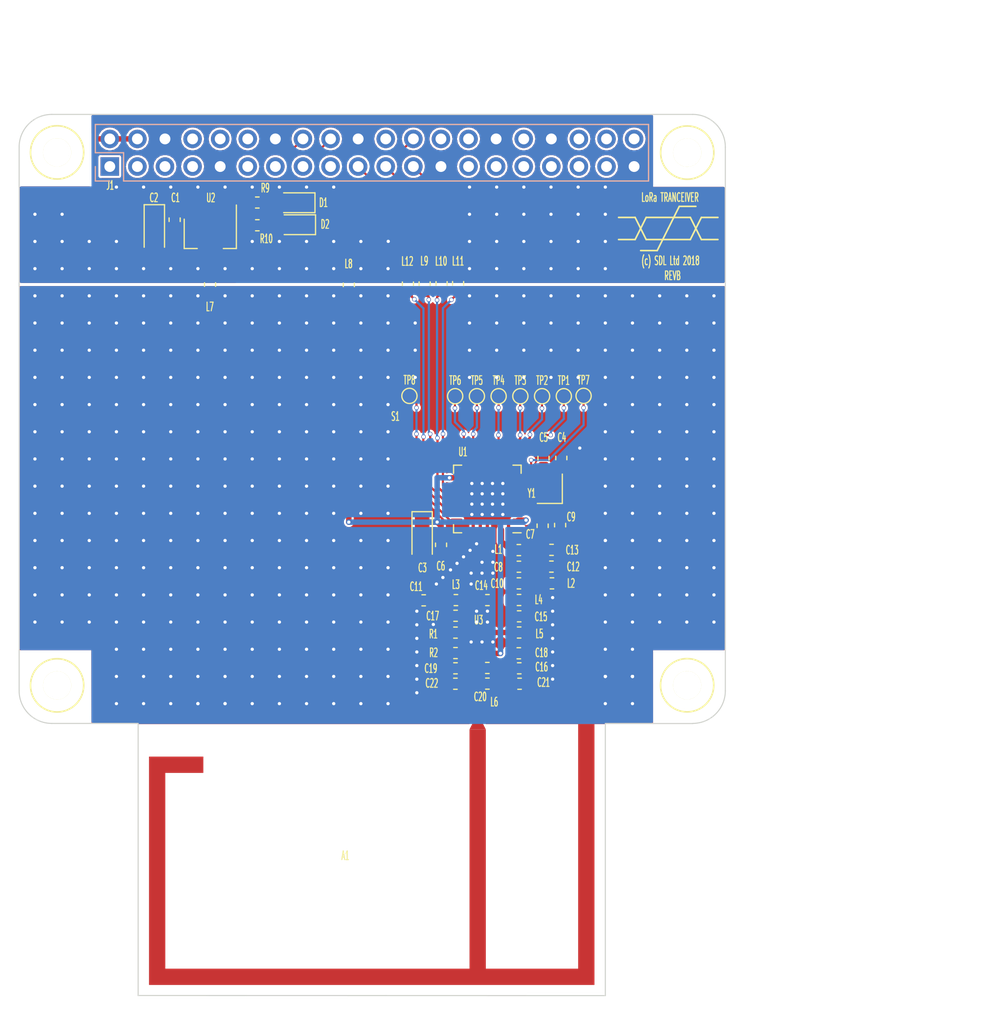
<source format=kicad_pcb>
(kicad_pcb (version 20171130) (host pcbnew 5.0.2-bee76a0~70~ubuntu18.04.1)
  (layers (0 F.Cu signal) (31 B.Cu signal) (34 B.Paste user) (35 F.Paste user hide) (36 B.SilkS user hide) (37 F.SilkS user) (38 B.Mask user) (39 F.Mask user hide) (44 Edge.Cuts user))
  (net 0 "")
  (net 1 "Net-(J1-Pad23)")
  (net 2 "Net-(J1-Pad21)")
  (net 3 "Net-(J1-Pad26)")
  (net 4 "Net-(J1-Pad19)")
  (net 5 "Net-(J1-Pad7)")
  (net 6 "Net-(J1-Pad24)")
  (net 7 "Net-(J1-Pad3)")
  (net 8 "Net-(J1-Pad5)")
  (net 9 "Net-(J1-Pad8)")
  (net 10 "Net-(J1-Pad10)")
  (net 11 "Net-(J1-Pad11)")
  (net 12 "Net-(J1-Pad12)")
  (net 13 "Net-(J1-Pad13)")
  (net 14 "Net-(J1-Pad15)")
  (net 15 "Net-(J1-Pad22)")
  (net 16 "Net-(J1-Pad27)")
  (net 17 "Net-(J1-Pad28)")
  (net 18 "Net-(J1-Pad29)")
  (net 19 "Net-(J1-Pad31)")
  (net 20 "Net-(J1-Pad32)")
  (net 21 "Net-(J1-Pad33)")
  (net 22 "Net-(J1-Pad35)")
  (net 23 "Net-(J1-Pad36)")
  (net 24 "Net-(J1-Pad37)")
  (net 25 "Net-(J1-Pad38)")
  (net 26 "Net-(J1-Pad40)")
  (net 27 "Net-(J1-Pad1)")
  (net 28 "Net-(J1-Pad17)")
  (net 29 "Net-(U1-Pad24)")
  (net 30 GND)
  (net 31 "Net-(C19-Pad1)")
  (net 32 "Net-(R2-Pad2)")
  (net 33 "Net-(C17-Pad1)")
  (net 34 "Net-(R1-Pad1)")
  (net 35 +3.3VA)
  (net 36 +5V)
  (net 37 "Net-(C16-Pad1)")
  (net 38 "Net-(C20-Pad2)")
  (net 39 "Net-(C7-Pad1)")
  (net 40 "Net-(C9-Pad1)")
  (net 41 "Net-(C4-Pad1)")
  (net 42 "Net-(C5-Pad1)")
  (net 43 "Net-(C11-Pad1)")
  (net 44 "Net-(L1-Pad1)")
  (net 45 "Net-(C12-Pad1)")
  (net 46 "Net-(C10-Pad2)")
  (net 47 "Net-(C14-Pad1)")
  (net 48 "Net-(C15-Pad1)")
  (net 49 "Net-(C10-Pad1)")
  (net 50 "Net-(C20-Pad1)")
  (net 51 GNDA)
  (net 52 "Net-(TP1-Pad1)")
  (net 53 "Net-(TP6-Pad1)")
  (net 54 "Net-(TP7-Pad1)")
  (net 55 "Net-(TP8-Pad1)")
  (net 56 "Net-(TP2-Pad1)")
  (net 57 "Net-(TP3-Pad1)")
  (net 58 "Net-(TP4-Pad1)")
  (net 59 "Net-(TP5-Pad1)")
  (net 60 /A1)
  (net 61 +3V3)
  (net 62 "Net-(D1-Pad1)")
  (net 63 "Net-(D1-Pad2)")
  (net 64 "Net-(D2-Pad2)")
  (net 65 "Net-(D2-Pad1)")
  (net 66 "Net-(L11-Pad2)")
  (net 67 "Net-(L10-Pad2)")
  (net 68 "Net-(L9-Pad2)")
  (net 69 "Net-(L12-Pad2)")
  (module project_footprints:QFN-28-1EP_6x6mm_P0.65mm_EP4.25x4.25mm_ThermalVias (layer F.Cu) (at 121.64 96.18 180)
    (fp_text reference U1 (at 2.24 4.33 180) (layer F.SilkS) (effects (font (size 0.8 0.4) (thickness 0.1))))
    (fp_text value SX1272)
    (pad 28 smd roundrect (at -1.95 -2.8375 180) (size 0.3 1.025) (layers F.Cu F.Paste F.Mask) (net 45 "Net-(C12-Pad1)"))
    (pad 27 smd roundrect (at -1.3 -2.8375 180) (size 0.3 1.025) (layers F.Cu F.Paste F.Mask) (net 44 "Net-(L1-Pad1)"))
    (pad 26 smd roundrect (at -0.65 -2.8375 180) (size 0.3 1.025) (layers F.Cu F.Paste F.Mask) (net 51 GNDA))
    (pad 25 smd roundrect (at 0 -2.8375 180) (size 0.3 1.025) (layers F.Cu F.Paste F.Mask) (net 43 "Net-(C11-Pad1)"))
    (pad 24 smd roundrect (at 0.65 -2.8375 180) (size 0.3 1.025) (layers F.Cu F.Paste F.Mask) (net 29 "Net-(U1-Pad24)"))
    (pad 23 smd roundrect (at 1.3 -2.8375 180) (size 0.3 1.025) (layers F.Cu F.Paste F.Mask) (net 32 "Net-(R2-Pad2)"))
    (pad 22 smd roundrect (at 1.95 -2.8375 180) (size 0.3 1.025) (layers F.Cu F.Paste F.Mask) (net 51 GNDA))
    (pad 21 smd roundrect (at 2.8375 -1.95 180) (size 1.025 0.3) (layers F.Cu F.Paste F.Mask) (net 55 "Net-(TP8-Pad1)"))
    (pad 20 smd roundrect (at 2.8375 -1.3 180) (size 1.025 0.3) (layers F.Cu F.Paste F.Mask) (net 69 "Net-(L12-Pad2)"))
    (pad 19 smd roundrect (at 2.8375 -0.65 180) (size 1.025 0.3) (layers F.Cu F.Paste F.Mask) (net 68 "Net-(L9-Pad2)"))
    (pad 18 smd roundrect (at 2.8375 0 180) (size 1.025 0.3) (layers F.Cu F.Paste F.Mask) (net 67 "Net-(L10-Pad2)"))
    (pad 17 smd roundrect (at 2.8375 0.65 180) (size 1.025 0.3) (layers F.Cu F.Paste F.Mask) (net 66 "Net-(L11-Pad2)"))
    (pad 16 smd roundrect (at 2.8375 1.3 180) (size 1.025 0.3) (layers F.Cu F.Paste F.Mask) (net 51 GNDA))
    (pad 15 smd roundrect (at 2.8375 1.95 180) (size 1.025 0.3) (layers F.Cu F.Paste F.Mask) (net 35 +3.3VA))
    (pad 14 smd roundrect (at 1.95 2.8375 180) (size 0.3 1.025) (layers F.Cu F.Paste F.Mask) (net 53 "Net-(TP6-Pad1)"))
    (pad 13 smd roundrect (at 1.3 2.8375 180) (size 0.3 1.025) (layers F.Cu F.Paste F.Mask) (net 59 "Net-(TP5-Pad1)"))
    (pad 12 smd roundrect (at 0.65 2.8375 180) (size 0.3 1.025) (layers F.Cu F.Paste F.Mask) (net 58 "Net-(TP4-Pad1)"))
    (pad 11 smd roundrect (at 0 2.8375 180) (size 0.3 1.025) (layers F.Cu F.Paste F.Mask) (net 57 "Net-(TP3-Pad1)"))
    (pad 10 smd roundrect (at -0.65 2.8375 180) (size 0.3 1.025) (layers F.Cu F.Paste F.Mask) (net 56 "Net-(TP2-Pad1)"))
    (pad 9 smd roundrect (at -1.3 2.8375 180) (size 0.3 1.025) (layers F.Cu F.Paste F.Mask) (net 52 "Net-(TP1-Pad1)"))
    (pad 8 smd roundrect (at -1.95 2.8375 180) (size 0.3 1.025) (layers F.Cu F.Paste F.Mask) (net 51 GNDA))
    (pad 7 smd roundrect (at -2.8375 1.95 180) (size 1.025 0.3) (layers F.Cu F.Paste F.Mask) (net 51 GNDA))
    (pad 6 smd roundrect (at -2.8375 1.3 180) (size 1.025 0.3) (layers F.Cu F.Paste F.Mask) (net 54 "Net-(TP7-Pad1)"))
    (pad 5 smd roundrect (at -2.8375 0.65 180) (size 1.025 0.3) (layers F.Cu F.Paste F.Mask) (net 42 "Net-(C5-Pad1)"))
    (pad 4 smd roundrect (at -2.8375 0 180) (size 1.025 0.3) (layers F.Cu F.Paste F.Mask) (net 41 "Net-(C4-Pad1)"))
    (pad 3 smd roundrect (at -2.8375 -0.65 180) (size 1.025 0.3) (layers F.Cu F.Paste F.Mask) (net 40 "Net-(C9-Pad1)"))
    (pad 2 smd roundrect (at -2.8375 -1.3 180) (size 1.025 0.3) (layers F.Cu F.Paste F.Mask) (net 39 "Net-(C7-Pad1)"))
    (pad 1 smd roundrect (at -2.8375 -1.95 180) (size 1.025 0.3) (layers F.Cu F.Paste F.Mask) (net 35 +3.3VA))
    (pad 29 smd roundrect (at 0 0 180) (size 3.35 3.35) (layers B.Cu) (roundrect_rratio 0.074627) (net 51 GNDA))
    (pad 29 thru_hole circle (at 1.425 1.425 180) (size 0.5 0.5) (drill 0.3) (layers *.Cu) (net 51 GNDA))
    (pad 29 thru_hole circle (at 0.475 1.425 180) (size 0.5 0.5) (drill 0.3) (layers *.Cu) (net 51 GNDA))
    (pad 29 thru_hole circle (at -0.475 1.425 180) (size 0.5 0.5) (drill 0.3) (layers *.Cu) (net 51 GNDA))
    (pad 29 thru_hole circle (at -1.425 1.425 180) (size 0.5 0.5) (drill 0.3) (layers *.Cu) (net 51 GNDA))
    (pad 29 thru_hole circle (at 1.425 0.475 180) (size 0.5 0.5) (drill 0.3) (layers *.Cu) (net 51 GNDA))
    (pad 29 thru_hole circle (at 0.475 0.475 180) (size 0.5 0.5) (drill 0.3) (layers *.Cu) (net 51 GNDA))
    (pad 29 thru_hole circle (at -0.475 0.475 180) (size 0.5 0.5) (drill 0.3) (layers *.Cu) (net 51 GNDA))
    (pad 29 thru_hole circle (at -1.425 0.475 180) (size 0.5 0.5) (drill 0.3) (layers *.Cu) (net 51 GNDA))
    (pad 29 thru_hole circle (at 1.425 -0.475 180) (size 0.5 0.5) (drill 0.3) (layers *.Cu) (net 51 GNDA))
    (pad 29 thru_hole circle (at 0.475 -0.475 180) (size 0.5 0.5) (drill 0.3) (layers *.Cu) (net 51 GNDA))
    (pad 29 thru_hole circle (at -0.475 -0.475 180) (size 0.5 0.5) (drill 0.3) (layers *.Cu) (net 51 GNDA))
    (pad 29 thru_hole circle (at -1.425 -0.475 180) (size 0.5 0.5) (drill 0.3) (layers *.Cu) (net 51 GNDA))
    (pad 29 thru_hole circle (at 1.425 -1.425 180) (size 0.5 0.5) (drill 0.3) (layers *.Cu) (net 51 GNDA))
    (pad 29 thru_hole circle (at 0.475 -1.425 180) (size 0.5 0.5) (drill 0.3) (layers *.Cu) (net 51 GNDA))
    (pad 29 thru_hole circle (at -0.475 -1.425 180) (size 0.5 0.5) (drill 0.3) (layers *.Cu) (net 51 GNDA))
    (pad 29 thru_hole circle (at -1.425 -1.425 180) (size 0.5 0.5) (drill 0.3) (layers *.Cu) (net 51 GNDA))
    (pad 29 smd roundrect (at 0 0 180) (size 4.25 4.25) (layers F.Cu F.Mask) (roundrect_rratio 0.058824) (net 51 GNDA))
  )
  (module project_footprints:MS256-10S (layer F.Cu) (at 121.87 102.55)
    (fp_text reference S1 (at -8.69 -13.96) (layer F.SilkS) (effects (font (size 0.8 0.4) (thickness 0.1))))
    (fp_text value RF_Shield_One_Piece)
    (pad 1 smd rect (at -4.75 13.25) (size 5.5 1) (layers F.Cu F.Paste F.Mask) (net 51 GNDA))
    (pad 1 smd rect (at 3.6 13.25) (size 7.75 1) (layers F.Cu F.Paste F.Mask) (net 51 GNDA))
    (pad 1 smd rect (at 0 -13.25) (size 15 1) (layers F.Cu F.Paste F.Mask) (net 51 GNDA))
    (pad 1 smd rect (at -8.25 0.05) (size 1 25) (layers F.Cu F.Paste F.Mask) (net 51 GNDA))
    (pad 1 smd rect (at 8.25 0) (size 1 25) (layers F.Cu F.Paste F.Mask) (net 51 GNDA))
  )
  (module Inductor_SMD:L_0603_1608Metric (layer F.Cu) (at 114.33 76.3875 270)
    (fp_text reference L12 (at -2.06 0.05) (layer F.SilkS) (effects (font (size 0.8 0.4) (thickness 0.1))))
    (fp_text value 33n)
    (pad 2 smd roundrect (at 0.7875 0 270) (size 0.875 0.95) (layers F.Cu F.Paste F.Mask) (net 69 "Net-(L12-Pad2)"))
    (pad 1 smd roundrect (at -0.7875 0 270) (size 0.875 0.95) (layers F.Cu F.Paste F.Mask) (net 6 "Net-(J1-Pad24)"))
  )
  (module Inductor_SMD:L_0603_1608Metric (layer F.Cu) (at 115.87 76.3775 270)
    (fp_text reference L9 (at -2.0775 0.03) (layer F.SilkS) (effects (font (size 0.8 0.4) (thickness 0.1))))
    (fp_text value 33n)
    (pad 1 smd roundrect (at -0.7875 0 270) (size 0.875 0.95) (layers F.Cu F.Paste F.Mask) (net 4 "Net-(J1-Pad19)"))
    (pad 2 smd roundrect (at 0.7875 0 270) (size 0.875 0.95) (layers F.Cu F.Paste F.Mask) (net 68 "Net-(L9-Pad2)"))
  )
  (module Inductor_SMD:L_0603_1608Metric (layer F.Cu) (at 117.43 76.3575 270)
    (fp_text reference L10 (at -2.04 0.04) (layer F.SilkS) (effects (font (size 0.8 0.4) (thickness 0.1))))
    (fp_text value 33n)
    (pad 2 smd roundrect (at 0.7875 0 270) (size 0.875 0.95) (layers F.Cu F.Paste F.Mask) (net 67 "Net-(L10-Pad2)"))
    (pad 1 smd roundrect (at -0.7875 0 270) (size 0.875 0.95) (layers F.Cu F.Paste F.Mask) (net 2 "Net-(J1-Pad21)"))
  )
  (module Inductor_SMD:L_0603_1608Metric (layer F.Cu) (at 118.95 76.3475 270)
    (fp_text reference L11 (at -2.0375 0) (layer F.SilkS) (effects (font (size 0.8 0.4) (thickness 0.1))))
    (fp_text value 33n)
    (pad 1 smd roundrect (at -0.7875 0 270) (size 0.875 0.95) (layers F.Cu F.Paste F.Mask) (net 1 "Net-(J1-Pad23)"))
    (pad 2 smd roundrect (at 0.7875 0 270) (size 0.875 0.95) (layers F.Cu F.Paste F.Mask) (net 66 "Net-(L11-Pad2)"))
  )
  (module Resistor_SMD:R_0603_1608Metric (layer F.Cu) (at 100.4675 68.92)
    (fp_text reference R9 (at 0.7325 -1.33) (layer F.SilkS) (effects (font (size 0.8 0.4) (thickness 0.1))))
    (fp_text value 220R)
    (pad 2 smd roundrect (at 0.7875 0) (size 0.875 0.95) (layers F.Cu F.Paste F.Mask) (net 63 "Net-(D1-Pad2)"))
    (pad 1 smd roundrect (at -0.7875 0) (size 0.875 0.95) (layers F.Cu F.Paste F.Mask) (net 36 +5V))
  )
  (module Resistor_SMD:R_0603_1608Metric (layer F.Cu) (at 100.47 71.01)
    (fp_text reference R10 (at 0.83 1.24) (layer F.SilkS) (effects (font (size 0.8 0.4) (thickness 0.1))))
    (fp_text value 220R)
    (pad 1 smd roundrect (at -0.7875 0) (size 0.875 0.95) (layers F.Cu F.Paste F.Mask) (net 36 +5V))
    (pad 2 smd roundrect (at 0.7875 0) (size 0.875 0.95) (layers F.Cu F.Paste F.Mask) (net 64 "Net-(D2-Pad2)"))
  )
  (module project_footprints:LED_LH_R974 (layer F.Cu) (at 103.9425 70.96 180)
    (fp_text reference D2 (at -2.7675 0.04 180) (layer F.SilkS) (effects (font (size 0.8 0.4) (thickness 0.1))))
    (fp_text value LED_ALT)
    (pad 2 smd roundrect (at 1.0625 0 180) (size 1.2 1.2) (layers F.Cu F.Paste F.Mask) (roundrect_rratio 0.192) (net 64 "Net-(D2-Pad2)"))
    (pad 1 smd roundrect (at -1.0625 0 180) (size 1.2 1.2) (layers F.Cu F.Paste F.Mask) (roundrect_rratio 0.192) (net 65 "Net-(D2-Pad1)"))
  )
  (module project_footprints:LED_LH_R974 (layer F.Cu) (at 103.8925 68.94 180)
    (fp_text reference D1 (at -2.67 0.01 180) (layer F.SilkS) (effects (font (size 0.8 0.4) (thickness 0.1))))
    (fp_text value LED_ALT)
    (pad 1 smd roundrect (at -1.0625 0 180) (size 1.2 1.2) (layers F.Cu F.Paste F.Mask) (roundrect_rratio 0.192) (net 62 "Net-(D1-Pad1)"))
    (pad 2 smd roundrect (at 1.0625 0 180) (size 1.2 1.2) (layers F.Cu F.Paste F.Mask) (roundrect_rratio 0.192) (net 63 "Net-(D1-Pad2)"))
  )
  (module Capacitor_Tantalum_SMD:CP_EIA-3216-10_Kemet-I (layer F.Cu) (at 115.64 99.66 270)
    (fp_text reference C3 (at 2.85 -0.03) (layer F.SilkS) (effects (font (size 0.8 0.4) (thickness 0.1))))
    (fp_text value 10u)
    (pad 2 smd roundrect (at 1.35 0 270) (size 1.4 1.35) (layers F.Cu F.Paste F.Mask) (roundrect_rratio 0.185185) (net 51 GNDA))
    (pad 1 smd roundrect (at -1.35 0 270) (size 1.4 1.35) (layers F.Cu F.Paste F.Mask) (roundrect_rratio 0.185185) (net 35 +3.3VA))
  )
  (module Capacitor_SMD:C_0603_1608Metric (layer F.Cu) (at 118.7175 106.92)
    (fp_text reference C17 (at -2.1075 0.02) (layer F.SilkS) (effects (font (size 0.8 0.4) (thickness 0.1))))
    (fp_text value 33p)
    (pad 2 smd roundrect (at 0.7875 0) (size 0.875 0.95) (layers F.Cu F.Paste F.Mask) (net 47 "Net-(C14-Pad1)"))
    (pad 1 smd roundrect (at -0.7875 0) (size 0.875 0.95) (layers F.Cu F.Paste F.Mask) (net 33 "Net-(C17-Pad1)"))
  )
  (module Inductor_SMD:L_0603_1608Metric (layer F.Cu) (at 108.89 76.4875 270)
    (fp_text reference L8 (at -1.9275 0.02) (layer F.SilkS) (effects (font (size 0.8 0.4) (thickness 0.1))))
    (fp_text value 100n)
    (pad 1 smd roundrect (at -0.7875 0 270) (size 0.875 0.95) (layers F.Cu F.Paste F.Mask) (net 61 +3V3))
    (pad 2 smd roundrect (at 0.7875 0 270) (size 0.875 0.95) (layers F.Cu F.Paste F.Mask) (net 35 +3.3VA))
  )
  (module project_footprints:F-ANTENNA-868MHz (layer F.Cu) (at 95.5 121.37)
    (fp_text reference A1 (at 13.07 7.61) (layer F.SilkS) (effects (font (size 0.8 0.4) (thickness 0.1))))
    (fp_text value F-ANTENNA-868MHz)
    (fp_poly (pts (xy -5 -1.5) (xy 0 -1.5) (xy 0 0) (xy -3.5 0) (xy -3.5 9.75) (xy -3.5 18) (xy 6 18) (xy 24.5 18) (xy 24.5 -4) (xy 26 -4) (xy 26 18) (xy 34.5 18) (xy 34.5 -4.5) (xy 36 -4.5) (xy 36 19.5) (xy -3.5 19.5) (xy -5 19.5)) (layer F.Cu) (width 0))
    (pad 2 smd rect (at 15.5 -4.75) (size 43 0.5) (layers B.Cu) (net 51 GNDA))
    (pad 2 smd rect (at 9.25 -4.74) (size 30.5 0.5) (layers F.Cu) (net 51 GNDA))
    (pad 2 smd rect (at 31.5 -4.74) (size 11 0.5) (layers F.Cu) (net 51 GNDA))
    (pad 1 smd trapezoid (at 25.25 -4.5) (size 1 1) (rect_delta 0 0.5) (layers F.Cu) (net 60 /A1))
  )
  (module Resistor_SMD:R_0603_1608Metric (layer F.Cu) (at 118.71 110.35 180)
    (fp_text reference R2 (at 2.01 0.03 180) (layer F.SilkS) (effects (font (size 0.8 0.4) (thickness 0.1))))
    (fp_text value 1k)
    (pad 1 smd roundrect (at -0.7875 0 180) (size 0.875 0.95) (layers F.Cu F.Paste F.Mask) (net 31 "Net-(C19-Pad1)"))
    (pad 2 smd roundrect (at 0.7875 0 180) (size 0.875 0.95) (layers F.Cu F.Paste F.Mask) (net 32 "Net-(R2-Pad2)"))
  )
  (module Resistor_SMD:R_0603_1608Metric (layer F.Cu) (at 118.7075 108.47 180)
    (fp_text reference R1 (at 2.0275 -0.13 180) (layer F.SilkS) (effects (font (size 0.8 0.4) (thickness 0.1))))
    (fp_text value 0R)
    (pad 1 smd roundrect (at -0.7875 0 180) (size 0.875 0.95) (layers F.Cu F.Paste F.Mask) (net 34 "Net-(R1-Pad1)"))
    (pad 2 smd roundrect (at 0.7875 0 180) (size 0.875 0.95) (layers F.Cu F.Paste F.Mask) (net 33 "Net-(C17-Pad1)"))
  )
  (module project_footprints:SC70-6 (layer F.Cu) (at 121.54 109.42 180)
    (fp_text reference U3 (at 0.7 2.11 180) (layer F.SilkS) (effects (font (size 0.8 0.4) (thickness 0.1))))
    (fp_text value PE4259)
    (pad 1 smd rect (at -0.65 0.95 180) (size 0.4 0.7) (layers F.Cu F.Paste F.Mask) (net 37 "Net-(C16-Pad1)"))
    (pad 2 smd rect (at 0 0.95 180) (size 0.4 0.7) (layers F.Cu F.Paste F.Mask) (net 51 GNDA))
    (pad 3 smd rect (at 0.65 0.95 180) (size 0.4 0.7) (layers F.Cu F.Paste F.Mask) (net 34 "Net-(R1-Pad1)"))
    (pad 4 smd rect (at 0.65 -0.95 180) (size 0.4 0.7) (layers F.Cu F.Paste F.Mask) (net 31 "Net-(C19-Pad1)"))
    (pad 6 smd rect (at -0.65 -0.95 180) (size 0.4 0.7) (layers F.Cu F.Paste F.Mask) (net 35 +3.3VA))
    (pad 5 smd rect (at 0 -0.95 180) (size 0.4 0.7) (layers F.Cu F.Paste F.Mask) (net 38 "Net-(C20-Pad2)"))
  )
  (module Crystal:Crystal_SMD_2016-4Pin_2.0x1.6mm (layer F.Cu) (at 127.39 95.24 90)
    (fp_text reference Y1 (at -0.42 -1.67 180) (layer F.SilkS) (effects (font (size 0.8 0.4) (thickness 0.1))))
    (fp_text value 32MHz)
    (pad 1 smd rect (at -0.7 0.55 90) (size 0.9 0.8) (layers F.Cu F.Paste F.Mask) (net 41 "Net-(C4-Pad1)"))
    (pad 2 smd rect (at 0.7 0.55 90) (size 0.9 0.8) (layers F.Cu F.Paste F.Mask) (net 51 GNDA))
    (pad 3 smd rect (at 0.7 -0.55 90) (size 0.9 0.8) (layers F.Cu F.Paste F.Mask) (net 42 "Net-(C5-Pad1)"))
    (pad 4 smd rect (at -0.7 -0.55 90) (size 0.9 0.8) (layers F.Cu F.Paste F.Mask) (net 51 GNDA))
  )
  (module Inductor_SMD:L_0603_1608Metric (layer F.Cu) (at 96.12 76.4625 270)
    (fp_text reference L7 (at 2.0475 0.02) (layer F.SilkS) (effects (font (size 0.8 0.4) (thickness 0.1))))
    (fp_text value 100n)
    (pad 1 smd roundrect (at -0.7875 0 270) (size 0.875 0.95) (layers F.Cu F.Paste F.Mask) (net 30 GND))
    (pad 2 smd roundrect (at 0.7875 0 270) (size 0.875 0.95) (layers F.Cu F.Paste F.Mask) (net 51 GNDA))
  )
  (module TestPoint:TestPoint_Pad_D1.0mm (layer F.Cu) (at 120.68 86.73)
    (fp_text reference TP5 (at 0 -1.448) (layer F.SilkS) (effects (font (size 0.8 0.4) (thickness 0.1))))
    (fp_text value TestPoint)
    (pad 1 smd circle (at 0 0) (size 1 1) (layers F.Cu F.Mask) (net 59 "Net-(TP5-Pad1)"))
  )
  (module TestPoint:TestPoint_Pad_D1.0mm (layer F.Cu) (at 122.68 86.73)
    (fp_text reference TP4 (at 0 -1.448) (layer F.SilkS) (effects (font (size 0.8 0.4) (thickness 0.1))))
    (fp_text value TestPoint)
    (pad 1 smd circle (at 0 0) (size 1 1) (layers F.Cu F.Mask) (net 58 "Net-(TP4-Pad1)"))
  )
  (module TestPoint:TestPoint_Pad_D1.0mm (layer F.Cu) (at 124.68 86.73)
    (fp_text reference TP3 (at 0 -1.448) (layer F.SilkS) (effects (font (size 0.8 0.4) (thickness 0.1))))
    (fp_text value TestPoint)
    (pad 1 smd circle (at 0 0) (size 1 1) (layers F.Cu F.Mask) (net 57 "Net-(TP3-Pad1)"))
  )
  (module TestPoint:TestPoint_Pad_D1.0mm (layer F.Cu) (at 126.68 86.73)
    (fp_text reference TP2 (at 0 -1.448) (layer F.SilkS) (effects (font (size 0.8 0.4) (thickness 0.1))))
    (fp_text value TestPoint)
    (pad 1 smd circle (at 0 0) (size 1 1) (layers F.Cu F.Mask) (net 56 "Net-(TP2-Pad1)"))
  )
  (module TestPoint:TestPoint_Pad_D1.0mm (layer F.Cu) (at 114.47 86.7)
    (fp_text reference TP8 (at 0 -1.448) (layer F.SilkS) (effects (font (size 0.8 0.4) (thickness 0.1))))
    (fp_text value TestPoint)
    (pad 1 smd circle (at 0 0) (size 1 1) (layers F.Cu F.Mask) (net 55 "Net-(TP8-Pad1)"))
  )
  (module TestPoint:TestPoint_Pad_D1.0mm (layer F.Cu) (at 130.5 86.7)
    (fp_text reference TP7 (at 0 -1.448) (layer F.SilkS) (effects (font (size 0.8 0.4) (thickness 0.1))))
    (fp_text value TestPoint)
    (pad 1 smd circle (at 0 0) (size 1 1) (layers F.Cu F.Mask) (net 54 "Net-(TP7-Pad1)"))
  )
  (module TestPoint:TestPoint_Pad_D1.0mm (layer F.Cu) (at 118.68 86.73)
    (fp_text reference TP6 (at 0 -1.448) (layer F.SilkS) (effects (font (size 0.8 0.4) (thickness 0.1))))
    (fp_text value TestPoint)
    (pad 1 smd circle (at 0 0) (size 1 1) (layers F.Cu F.Mask) (net 53 "Net-(TP6-Pad1)"))
  )
  (module TestPoint:TestPoint_Pad_D1.0mm (layer F.Cu) (at 128.68 86.73)
    (fp_text reference TP1 (at 0 -1.448) (layer F.SilkS) (effects (font (size 0.8 0.4) (thickness 0.1))))
    (fp_text value TestPoint)
    (pad 1 smd circle (at 0 0) (size 1 1) (layers F.Cu F.Mask) (net 52 "Net-(TP1-Pad1)"))
  )
  (module Capacitor_Tantalum_SMD:CP_EIA-3216-10_Kemet-I (layer F.Cu) (at 90.99 71.43 270)
    (fp_text reference C2 (at -2.95 0.04) (layer F.SilkS) (effects (font (size 0.8 0.4) (thickness 0.1))))
    (fp_text value "10u ")
    (pad 1 smd roundrect (at -1.35 0 270) (size 1.4 1.35) (layers F.Cu F.Paste F.Mask) (roundrect_rratio 0.185185) (net 36 +5V))
    (pad 2 smd roundrect (at 1.35 0 270) (size 1.4 1.35) (layers F.Cu F.Paste F.Mask) (roundrect_rratio 0.185185) (net 30 GND))
  )
  (module Inductor_SMD:L_0603_1608Metric (layer F.Cu) (at 124.5675 108.46 180)
    (fp_text reference L5 (at -1.8725 -0.12 180) (layer F.SilkS) (effects (font (size 0.8 0.4) (thickness 0.1))))
    (fp_text value 9n)
    (pad 2 smd roundrect (at 0.7875 0 180) (size 0.875 0.95) (layers F.Cu F.Paste F.Mask) (net 37 "Net-(C16-Pad1)"))
    (pad 1 smd roundrect (at -0.7875 0 180) (size 0.875 0.95) (layers F.Cu F.Paste F.Mask) (net 48 "Net-(C15-Pad1)"))
  )
  (module Inductor_SMD:L_0603_1608Metric (layer F.Cu) (at 121.6475 113.16 180)
    (fp_text reference L6 (at -0.6325 -1.69 180) (layer F.SilkS) (effects (font (size 0.8 0.4) (thickness 0.1))))
    (fp_text value 0R)
    (pad 1 smd roundrect (at -0.7875 0 180) (size 0.875 0.95) (layers F.Cu F.Paste F.Mask) (net 50 "Net-(C20-Pad1)"))
    (pad 2 smd roundrect (at 0.7875 0 180) (size 0.875 0.95) (layers F.Cu F.Paste F.Mask) (net 60 /A1))
  )
  (module Inductor_SMD:L_0603_1608Metric (layer F.Cu) (at 124.5575 105.47)
    (fp_text reference L4 (at 1.8125 -0.02) (layer F.SilkS) (effects (font (size 0.8 0.4) (thickness 0.1))))
    (fp_text value 3n6)
    (pad 2 smd roundrect (at 0.7875 0) (size 0.875 0.95) (layers F.Cu F.Paste F.Mask) (net 48 "Net-(C15-Pad1)"))
    (pad 1 smd roundrect (at -0.7875 0) (size 0.875 0.95) (layers F.Cu F.Paste F.Mask) (net 49 "Net-(C10-Pad1)"))
  )
  (module Inductor_SMD:L_0603_1608Metric (layer F.Cu) (at 118.7475 105.48)
    (fp_text reference L3 (at 0 -1.43) (layer F.SilkS) (effects (font (size 0.8 0.4) (thickness 0.1))))
    (fp_text value 12n)
    (pad 1 smd roundrect (at -0.7875 0) (size 0.875 0.95) (layers F.Cu F.Paste F.Mask) (net 43 "Net-(C11-Pad1)"))
    (pad 2 smd roundrect (at 0.7875 0) (size 0.875 0.95) (layers F.Cu F.Paste F.Mask) (net 47 "Net-(C14-Pad1)"))
  )
  (module Inductor_SMD:L_0603_1608Metric (layer F.Cu) (at 124.54 100.88)
    (fp_text reference L1 (at -1.8775 -0.06) (layer F.SilkS) (effects (font (size 0.8 0.4) (thickness 0.1))))
    (fp_text value 3n3)
    (pad 2 smd roundrect (at 0.7875 0) (size 0.875 0.95) (layers F.Cu F.Paste F.Mask) (net 46 "Net-(C10-Pad2)"))
    (pad 1 smd roundrect (at -0.7875 0) (size 0.875 0.95) (layers F.Cu F.Paste F.Mask) (net 44 "Net-(L1-Pad1)"))
  )
  (module Inductor_SMD:L_0603_1608Metric (layer F.Cu) (at 127.5875 103.94 180)
    (fp_text reference L2 (at -1.7625 0 180) (layer F.SilkS) (effects (font (size 0.8 0.4) (thickness 0.1))))
    (fp_text value 33n)
    (pad 1 smd roundrect (at -0.7875 0 180) (size 0.875 0.95) (layers F.Cu F.Paste F.Mask) (net 45 "Net-(C12-Pad1)"))
    (pad 2 smd roundrect (at 0.7875 0 180) (size 0.875 0.95) (layers F.Cu F.Paste F.Mask) (net 46 "Net-(C10-Pad2)"))
  )
  (module Capacitor_SMD:C_0603_1608Metric (layer F.Cu) (at 124.6075 113.17)
    (fp_text reference C21 (at 2.21 -0.12) (layer F.SilkS) (effects (font (size 0.8 0.4) (thickness 0.1))))
    (fp_text value DNF)
    (pad 2 smd roundrect (at 0.7875 0) (size 0.875 0.95) (layers F.Cu F.Paste F.Mask) (net 51 GNDA))
    (pad 1 smd roundrect (at -0.7875 0) (size 0.875 0.95) (layers F.Cu F.Paste F.Mask) (net 50 "Net-(C20-Pad1)"))
  )
  (module Capacitor_SMD:C_0603_1608Metric (layer F.Cu) (at 118.7 113.17 180)
    (fp_text reference C22 (at 2.1705 0.042 180) (layer F.SilkS) (effects (font (size 0.8 0.4) (thickness 0.1))))
    (fp_text value DNF)
    (pad 1 smd roundrect (at -0.7875 0 180) (size 0.875 0.95) (layers F.Cu F.Paste F.Mask) (net 60 /A1))
    (pad 2 smd roundrect (at 0.7875 0 180) (size 0.875 0.95) (layers F.Cu F.Paste F.Mask) (net 51 GNDA))
  )
  (module Capacitor_SMD:C_0603_1608Metric (layer F.Cu) (at 115.7825 105.5 180)
    (fp_text reference C11 (at 0.6925 1.26 180) (layer F.SilkS) (effects (font (size 0.8 0.4) (thickness 0.1))))
    (fp_text value DNF)
    (pad 2 smd roundrect (at 0.7875 0 180) (size 0.875 0.95) (layers F.Cu F.Paste F.Mask) (net 51 GNDA))
    (pad 1 smd roundrect (at -0.7875 0 180) (size 0.875 0.95) (layers F.Cu F.Paste F.Mask) (net 43 "Net-(C11-Pad1)"))
  )
  (module Capacitor_SMD:C_0603_1608Metric (layer F.Cu) (at 128.45 92.41 90)
    (fp_text reference C4 (at 1.88 0.05 180) (layer F.SilkS) (effects (font (size 0.8 0.4) (thickness 0.1))))
    (fp_text value 15p)
    (pad 1 smd roundrect (at -0.7875 0 90) (size 0.875 0.95) (layers F.Cu F.Paste F.Mask) (net 41 "Net-(C4-Pad1)"))
    (pad 2 smd roundrect (at 0.7875 0 90) (size 0.875 0.95) (layers F.Cu F.Paste F.Mask) (net 51 GNDA))
  )
  (module Capacitor_SMD:C_0603_1608Metric (layer F.Cu) (at 126.81 92.42 90)
    (fp_text reference C5 (at 1.9025 0.01 180) (layer F.SilkS) (effects (font (size 0.8 0.4) (thickness 0.1))))
    (fp_text value 15p)
    (pad 2 smd roundrect (at 0.7875 0 90) (size 0.875 0.95) (layers F.Cu F.Paste F.Mask) (net 51 GNDA))
    (pad 1 smd roundrect (at -0.7875 0 90) (size 0.875 0.95) (layers F.Cu F.Paste F.Mask) (net 42 "Net-(C5-Pad1)"))
  )
  (module Capacitor_SMD:C_0603_1608Metric (layer F.Cu) (at 117.38 100.3975 270)
    (fp_text reference C6 (at 1.9525 0.02) (layer F.SilkS) (effects (font (size 0.8 0.4) (thickness 0.1))))
    (fp_text value 100n)
    (pad 1 smd roundrect (at -0.7875 0 270) (size 0.875 0.95) (layers F.Cu F.Paste F.Mask) (net 35 +3.3VA))
    (pad 2 smd roundrect (at 0.7875 0 270) (size 0.875 0.95) (layers F.Cu F.Paste F.Mask) (net 51 GNDA))
  )
  (module Capacitor_SMD:C_0603_1608Metric (layer F.Cu) (at 126.73 98.6425 270)
    (fp_text reference C7 (at 0.7875 1.14) (layer F.SilkS) (effects (font (size 0.8 0.4) (thickness 0.1))))
    (fp_text value 100n)
    (pad 2 smd roundrect (at 0.7875 0 270) (size 0.875 0.95) (layers F.Cu F.Paste F.Mask) (net 51 GNDA))
    (pad 1 smd roundrect (at -0.7875 0 270) (size 0.875 0.95) (layers F.Cu F.Paste F.Mask) (net 39 "Net-(C7-Pad1)"))
  )
  (module Capacitor_SMD:C_0603_1608Metric (layer F.Cu) (at 124.5475 102.41 180)
    (fp_text reference C8 (at 1.8875 -0.04 180) (layer F.SilkS) (effects (font (size 0.8 0.4) (thickness 0.1))))
    (fp_text value 1p)
    (pad 1 smd roundrect (at -0.7875 0 180) (size 0.875 0.95) (layers F.Cu F.Paste F.Mask) (net 46 "Net-(C10-Pad2)"))
    (pad 2 smd roundrect (at 0.7875 0 180) (size 0.875 0.95) (layers F.Cu F.Paste F.Mask) (net 51 GNDA))
  )
  (module Capacitor_SMD:C_0603_1608Metric (layer F.Cu) (at 128.34 98.5825 270)
    (fp_text reference C9 (at -0.7525 -1.01) (layer F.SilkS) (effects (font (size 0.8 0.4) (thickness 0.1))))
    (fp_text value 100n)
    (pad 2 smd roundrect (at 0.7875 0 270) (size 0.875 0.95) (layers F.Cu F.Paste F.Mask) (net 51 GNDA))
    (pad 1 smd roundrect (at -0.7875 0 270) (size 0.875 0.95) (layers F.Cu F.Paste F.Mask) (net 40 "Net-(C9-Pad1)"))
  )
  (module Capacitor_SMD:C_0603_1608Metric (layer F.Cu) (at 124.5475 103.94)
    (fp_text reference C10 (at -2.0075 0.01) (layer F.SilkS) (effects (font (size 0.8 0.4) (thickness 0.1))))
    (fp_text value 22p)
    (pad 1 smd roundrect (at -0.7875 0) (size 0.875 0.95) (layers F.Cu F.Paste F.Mask) (net 49 "Net-(C10-Pad1)"))
    (pad 2 smd roundrect (at 0.7875 0) (size 0.875 0.95) (layers F.Cu F.Paste F.Mask) (net 46 "Net-(C10-Pad2)"))
  )
  (module Capacitor_SMD:C_0603_1608Metric (layer F.Cu) (at 92.86 70.5 270)
    (fp_text reference C1 (at -2.02 -0.08) (layer F.SilkS) (effects (font (size 0.8 0.4) (thickness 0.1))))
    (fp_text value 100n)
    (pad 2 smd roundrect (at 0.7875 0 270) (size 0.875 0.95) (layers F.Cu F.Paste F.Mask) (net 30 GND))
    (pad 1 smd roundrect (at -0.7875 0 270) (size 0.875 0.95) (layers F.Cu F.Paste F.Mask) (net 36 +5V))
  )
  (module Capacitor_SMD:C_0603_1608Metric (layer F.Cu) (at 127.5375 102.4)
    (fp_text reference C12 (at 2.0125 0.02) (layer F.SilkS) (effects (font (size 0.8 0.4) (thickness 0.1))))
    (fp_text value 10n)
    (pad 1 smd roundrect (at -0.7875 0) (size 0.875 0.95) (layers F.Cu F.Paste F.Mask) (net 45 "Net-(C12-Pad1)"))
    (pad 2 smd roundrect (at 0.7875 0) (size 0.875 0.95) (layers F.Cu F.Paste F.Mask) (net 51 GNDA))
  )
  (module Capacitor_SMD:C_0603_1608Metric (layer F.Cu) (at 127.55 100.86)
    (fp_text reference C13 (at 1.9 0.02) (layer F.SilkS) (effects (font (size 0.8 0.4) (thickness 0.1))))
    (fp_text value 47p)
    (pad 2 smd roundrect (at 0.7875 0) (size 0.875 0.95) (layers F.Cu F.Paste F.Mask) (net 51 GNDA))
    (pad 1 smd roundrect (at -0.7875 0) (size 0.875 0.95) (layers F.Cu F.Paste F.Mask) (net 45 "Net-(C12-Pad1)"))
  )
  (module Capacitor_SMD:C_0603_1608Metric (layer F.Cu) (at 121.6475 105.48)
    (fp_text reference C14 (at -0.5575 -1.34) (layer F.SilkS) (effects (font (size 0.8 0.4) (thickness 0.1))))
    (fp_text value 2p7)
    (pad 1 smd roundrect (at -0.7875 0) (size 0.875 0.95) (layers F.Cu F.Paste F.Mask) (net 47 "Net-(C14-Pad1)"))
    (pad 2 smd roundrect (at 0.7875 0) (size 0.875 0.95) (layers F.Cu F.Paste F.Mask) (net 51 GNDA))
  )
  (module Capacitor_SMD:C_0603_1608Metric (layer F.Cu) (at 124.57 106.97 180)
    (fp_text reference C15 (at -2.01 -0.04) (layer F.SilkS) (effects (font (size 0.8 0.4) (thickness 0.1))))
    (fp_text value 6p8)
    (pad 2 smd roundrect (at 0.7875 0 180) (size 0.875 0.95) (layers F.Cu F.Paste F.Mask) (net 51 GNDA))
    (pad 1 smd roundrect (at -0.7875 0 180) (size 0.875 0.95) (layers F.Cu F.Paste F.Mask) (net 48 "Net-(C15-Pad1)"))
  )
  (module Capacitor_SMD:C_0603_1608Metric (layer F.Cu) (at 124.5775 111.75)
    (fp_text reference C16 (at 2.06 -0.12) (layer F.SilkS) (effects (font (size 0.8 0.4) (thickness 0.1))))
    (fp_text value DNF)
    (pad 1 smd roundrect (at -0.7875 0) (size 0.875 0.95) (layers F.Cu F.Paste F.Mask) (net 37 "Net-(C16-Pad1)"))
    (pad 2 smd roundrect (at 0.7875 0) (size 0.875 0.95) (layers F.Cu F.Paste F.Mask) (net 48 "Net-(C15-Pad1)"))
  )
  (module Capacitor_SMD:C_0603_1608Metric (layer F.Cu) (at 124.5375 110.37)
    (fp_text reference C18 (at 2.0875 -0.05) (layer F.SilkS) (effects (font (size 0.8 0.4) (thickness 0.1))))
    (fp_text value 2p7)
    (pad 1 smd roundrect (at -0.7875 0) (size 0.875 0.95) (layers F.Cu F.Paste F.Mask) (net 37 "Net-(C16-Pad1)"))
    (pad 2 smd roundrect (at 0.7875 0) (size 0.875 0.95) (layers F.Cu F.Paste F.Mask) (net 51 GNDA))
  )
  (module Capacitor_SMD:C_0603_1608Metric (layer F.Cu) (at 118.71 111.75 180)
    (fp_text reference C19 (at 2.27 -0.02 180) (layer F.SilkS) (effects (font (size 0.8 0.4) (thickness 0.1))))
    (fp_text value 100p)
    (pad 2 smd roundrect (at 0.7875 0 180) (size 0.875 0.95) (layers F.Cu F.Paste F.Mask) (net 51 GNDA))
    (pad 1 smd roundrect (at -0.7875 0 180) (size 0.875 0.95) (layers F.Cu F.Paste F.Mask) (net 31 "Net-(C19-Pad1)"))
  )
  (module Capacitor_SMD:C_0603_1608Metric (layer F.Cu) (at 121.64 111.72 180)
    (fp_text reference C20 (at 0.65 -2.65 180) (layer F.SilkS) (effects (font (size 0.8 0.4) (thickness 0.1))))
    (fp_text value 33p)
    (pad 1 smd roundrect (at -0.7875 0 180) (size 0.875 0.95) (layers F.Cu F.Paste F.Mask) (net 50 "Net-(C20-Pad1)"))
    (pad 2 smd roundrect (at 0.7875 0 180) (size 0.875 0.95) (layers F.Cu F.Paste F.Mask) (net 38 "Net-(C20-Pad2)"))
  )
  (module Package_TO_SOT_SMD:SOT-89-3 (layer F.Cu) (at 96.14 71.37 270)
    (fp_text reference U2 (at -2.88 -0.05) (layer F.SilkS) (effects (font (size 0.8 0.4) (thickness 0.1))))
    (fp_text value L78L33_SOT89)
    (pad 2 smd trapezoid (at 2.667 0 180) (size 1.6 0.85) (rect_delta 0 0.6) (layers F.Cu F.Paste F.Mask) (net 30 GND))
    (pad 1 smd rect (at -1.48 -1.5 180) (size 1 1.5) (layers F.Cu F.Paste F.Mask) (net 61 +3V3))
    (pad 2 smd rect (at -1.3335 0 180) (size 1 1.8) (layers F.Cu F.Paste F.Mask) (net 30 GND))
    (pad 3 smd rect (at -1.48 1.5 180) (size 1 1.5) (layers F.Cu F.Paste F.Mask) (net 36 +5V))
    (pad 2 smd rect (at 1.3335 0 180) (size 2.2 1.84) (layers F.Cu F.Paste F.Mask) (net 30 GND))
    (pad 2 smd trapezoid (at -0.0762 0) (size 1.5 1) (rect_delta 0 0.7) (layers F.Cu F.Paste F.Mask) (net 30 GND))
  )
  (module project_footprints:Mounting_hole_2.5mm (layer F.Cu) (at 140.03 113.31)
    (fp_text reference H4 (at 0.07 -0.08) (layer F.SilkS) (effects (font (size 0.8 0.4) (thickness 0.1))))
    (fp_text value Mechanical_Mounting_Hole)
    (pad "" np_thru_hole circle (at 0 0) (size 2.6 2.6) (drill 2.6) (layers *.Cu *.Mask F.SilkS))
  )
  (module project_footprints:Mounting_hole_2.5mm (layer F.Cu) (at 82.04 113.32)
    (fp_text reference H3 (at -0.03 -0.01) (layer F.SilkS) (effects (font (size 0.8 0.4) (thickness 0.1))))
    (fp_text value Mechanical_Mounting_Hole)
    (pad "" np_thru_hole circle (at 0 0) (size 2.6 2.6) (drill 2.6) (layers *.Cu *.Mask F.SilkS))
  )
  (module project_footprints:Mounting_hole_2.5mm (layer F.Cu) (at 140.04 64.33)
    (fp_text reference H2 (at 0.01 0.2) (layer F.SilkS) (effects (font (size 0.8 0.4) (thickness 0.1))))
    (fp_text value Mechanical_Mounting_Hole)
    (pad "" np_thru_hole circle (at 0 0) (size 2.6 2.6) (drill 2.6) (layers *.Cu *.Mask F.SilkS))
  )
  (module project_footprints:Mounting_hole_2.5mm (layer F.Cu) (at 82.04 64.31)
    (fp_text reference H1 (at 0.02 -0.14) (layer F.SilkS) (effects (font (size 0.8 0.4) (thickness 0.1))))
    (fp_text value Mechanical_Mounting_Hole)
    (pad "" np_thru_hole circle (at 0 0) (size 2.6 2.6) (drill 2.6) (layers *.Cu *.Mask F.SilkS))
  )
  (module Connector_PinSocket_2.54mm:PinSocket_2x20_P2.54mm_Vertical (layer B.Cu) (at 86.89 65.61 270)
    (fp_text reference J1 (at 1.73 -0.04) (layer F.SilkS) (effects (font (size 0.8 0.4) (thickness 0.1))))
    (fp_text value RPi)
    (pad 1 thru_hole rect (at 0 0 270) (size 1.7 1.7) (drill 1) (layers *.Cu *.Mask) (net 27 "Net-(J1-Pad1)"))
    (pad 2 thru_hole oval (at -2.54 0 270) (size 1.7 1.7) (drill 1) (layers *.Cu *.Mask) (net 36 +5V))
    (pad 3 thru_hole oval (at 0 -2.54 270) (size 1.7 1.7) (drill 1) (layers *.Cu *.Mask) (net 7 "Net-(J1-Pad3)"))
    (pad 4 thru_hole oval (at -2.54 -2.54 270) (size 1.7 1.7) (drill 1) (layers *.Cu *.Mask) (net 36 +5V))
    (pad 5 thru_hole oval (at 0 -5.08 270) (size 1.7 1.7) (drill 1) (layers *.Cu *.Mask) (net 8 "Net-(J1-Pad5)"))
    (pad 6 thru_hole oval (at -2.54 -5.08 270) (size 1.7 1.7) (drill 1) (layers *.Cu *.Mask) (net 30 GND))
    (pad 7 thru_hole oval (at 0 -7.62 270) (size 1.7 1.7) (drill 1) (layers *.Cu *.Mask) (net 5 "Net-(J1-Pad7)"))
    (pad 8 thru_hole oval (at -2.54 -7.62 270) (size 1.7 1.7) (drill 1) (layers *.Cu *.Mask) (net 9 "Net-(J1-Pad8)"))
    (pad 9 thru_hole oval (at 0 -10.16 270) (size 1.7 1.7) (drill 1) (layers *.Cu *.Mask) (net 30 GND))
    (pad 10 thru_hole oval (at -2.54 -10.16 270) (size 1.7 1.7) (drill 1) (layers *.Cu *.Mask) (net 10 "Net-(J1-Pad10)"))
    (pad 11 thru_hole oval (at 0 -12.7 270) (size 1.7 1.7) (drill 1) (layers *.Cu *.Mask) (net 11 "Net-(J1-Pad11)"))
    (pad 12 thru_hole oval (at -2.54 -12.7 270) (size 1.7 1.7) (drill 1) (layers *.Cu *.Mask) (net 12 "Net-(J1-Pad12)"))
    (pad 13 thru_hole oval (at 0 -15.24 270) (size 1.7 1.7) (drill 1) (layers *.Cu *.Mask) (net 13 "Net-(J1-Pad13)"))
    (pad 14 thru_hole oval (at -2.54 -15.24 270) (size 1.7 1.7) (drill 1) (layers *.Cu *.Mask) (net 30 GND))
    (pad 15 thru_hole oval (at 0 -17.78 270) (size 1.7 1.7) (drill 1) (layers *.Cu *.Mask) (net 14 "Net-(J1-Pad15)"))
    (pad 16 thru_hole oval (at -2.54 -17.78 270) (size 1.7 1.7) (drill 1) (layers *.Cu *.Mask) (net 62 "Net-(D1-Pad1)"))
    (pad 17 thru_hole oval (at 0 -20.32 270) (size 1.7 1.7) (drill 1) (layers *.Cu *.Mask) (net 28 "Net-(J1-Pad17)"))
    (pad 18 thru_hole oval (at -2.54 -20.32 270) (size 1.7 1.7) (drill 1) (layers *.Cu *.Mask) (net 65 "Net-(D2-Pad1)"))
    (pad 19 thru_hole oval (at 0 -22.86 270) (size 1.7 1.7) (drill 1) (layers *.Cu *.Mask) (net 4 "Net-(J1-Pad19)"))
    (pad 20 thru_hole oval (at -2.54 -22.86 270) (size 1.7 1.7) (drill 1) (layers *.Cu *.Mask) (net 30 GND))
    (pad 21 thru_hole oval (at 0 -25.4 270) (size 1.7 1.7) (drill 1) (layers *.Cu *.Mask) (net 2 "Net-(J1-Pad21)"))
    (pad 22 thru_hole oval (at -2.54 -25.4 270) (size 1.7 1.7) (drill 1) (layers *.Cu *.Mask) (net 15 "Net-(J1-Pad22)"))
    (pad 23 thru_hole oval (at 0 -27.94 270) (size 1.7 1.7) (drill 1) (layers *.Cu *.Mask) (net 1 "Net-(J1-Pad23)"))
    (pad 24 thru_hole oval (at -2.54 -27.94 270) (size 1.7 1.7) (drill 1) (layers *.Cu *.Mask) (net 6 "Net-(J1-Pad24)"))
    (pad 25 thru_hole oval (at 0 -30.48 270) (size 1.7 1.7) (drill 1) (layers *.Cu *.Mask) (net 30 GND))
    (pad 26 thru_hole oval (at -2.54 -30.48 270) (size 1.7 1.7) (drill 1) (layers *.Cu *.Mask) (net 3 "Net-(J1-Pad26)"))
    (pad 27 thru_hole oval (at 0 -33.02 270) (size 1.7 1.7) (drill 1) (layers *.Cu *.Mask) (net 16 "Net-(J1-Pad27)"))
    (pad 28 thru_hole oval (at -2.54 -33.02 270) (size 1.7 1.7) (drill 1) (layers *.Cu *.Mask) (net 17 "Net-(J1-Pad28)"))
    (pad 29 thru_hole oval (at 0 -35.56 270) (size 1.7 1.7) (drill 1) (layers *.Cu *.Mask) (net 18 "Net-(J1-Pad29)"))
    (pad 30 thru_hole oval (at -2.54 -35.56 270) (size 1.7 1.7) (drill 1) (layers *.Cu *.Mask) (net 30 GND))
    (pad 31 thru_hole oval (at 0 -38.1 270) (size 1.7 1.7) (drill 1) (layers *.Cu *.Mask) (net 19 "Net-(J1-Pad31)"))
    (pad 32 thru_hole oval (at -2.54 -38.1 270) (size 1.7 1.7) (drill 1) (layers *.Cu *.Mask) (net 20 "Net-(J1-Pad32)"))
    (pad 33 thru_hole oval (at 0 -40.64 270) (size 1.7 1.7) (drill 1) (layers *.Cu *.Mask) (net 21 "Net-(J1-Pad33)"))
    (pad 34 thru_hole oval (at -2.54 -40.64 270) (size 1.7 1.7) (drill 1) (layers *.Cu *.Mask) (net 30 GND))
    (pad 35 thru_hole oval (at 0 -43.18 270) (size 1.7 1.7) (drill 1) (layers *.Cu *.Mask) (net 22 "Net-(J1-Pad35)"))
    (pad 36 thru_hole oval (at -2.54 -43.18 270) (size 1.7 1.7) (drill 1) (layers *.Cu *.Mask) (net 23 "Net-(J1-Pad36)"))
    (pad 37 thru_hole oval (at 0 -45.72 270) (size 1.7 1.7) (drill 1) (layers *.Cu *.Mask) (net 24 "Net-(J1-Pad37)"))
    (pad 38 thru_hole oval (at -2.54 -45.72 270) (size 1.7 1.7) (drill 1) (layers *.Cu *.Mask) (net 25 "Net-(J1-Pad38)"))
    (pad 39 thru_hole oval (at 0 -48.26 270) (size 1.7 1.7) (drill 1) (layers *.Cu *.Mask) (net 30 GND))
    (pad 40 thru_hole oval (at -2.54 -48.26 270) (size 1.7 1.7) (drill 1) (layers *.Cu *.Mask) (net 26 "Net-(J1-Pad40)"))
  )
  (module "project_footprints:SDL Logo" (layer F.Cu) (at 138.8 75.37)
    (fp_text reference "(c) SDL Ltd 2018" (at -0.3 -1.1) (layer F.SilkS) (effects (font (size 0.8 0.4) (thickness 0.1))))
    (fp_text value "SDL Logo")
  )
  (gr_line (start 89.5 116.82) (end 89.5 141.84) (layer Edge.Cuts) (width 0.1))
  (gr_text REVB (at 138.69 75.65) (layer F.SilkS) (effects (font (size 0.8 0.4) (thickness 0.1))))
  (gr_line (start 132.5 141.85) (end 89.5 141.84) (layer Edge.Cuts) (width 0.1))
  (gr_line (start 132.5 116.83) (end 132.5 141.85) (layer Edge.Cuts) (width 0.1))
  (gr_line (start 132.5 116.83) (end 140.546356 116.83) (layer Edge.Cuts) (width 0.1))
  (gr_line (start 81.53 116.82) (end 89.5 116.82) (layer Edge.Cuts) (width 0.1))
  (gr_arc (start 81.546356 113.817611) (end 78.546356 113.817611) (angle -90) (layer Edge.Cuts) (width 0.1))
  (gr_arc (start 140.546356 113.817611) (end 140.546356 116.817611) (angle -89.9) (layer Edge.Cuts) (width 0.1))
  (gr_text "LoRa TRANCEIVER" (at 138.46 68.45) (layer F.SilkS) (effects (font (size 0.8 0.4) (thickness 0.1))))
  (gr_line (start 78.546356 63.817611) (end 78.546356 113.817611) (layer Edge.Cuts) (width 0.1))
  (gr_arc (start 81.546356 63.817611) (end 81.546356 60.817611) (angle -90) (layer Edge.Cuts) (width 0.1))
  (gr_line (start 140.546356 60.817611) (end 81.546356 60.817611) (layer Edge.Cuts) (width 0.1))
  (gr_arc (start 140.546356 63.817611) (end 143.546356 63.817611) (angle -90) (layer Edge.Cuts) (width 0.1))
  (gr_line (start 143.546356 113.817611) (end 143.546356 63.817611) (layer Edge.Cuts) (width 0.1))
  (segment (start 118.91 75.665) (end 118.93 75.685) (width 0.2) (layer F.Cu) (net 1))
  (segment (start 118.9 75.655) (end 118.93 75.685) (width 0.2) (layer F.Cu) (net 1))
  (segment (start 118.93 69.71) (end 118.93 75.685) (width 0.2) (layer F.Cu) (net 1))
  (segment (start 114.83 65.61) (end 118.93 69.71) (width 0.2) (layer F.Cu) (net 1))
  (segment (start 117.39 70.71) (end 112.29 65.61) (width 0.2) (layer F.Cu) (net 2))
  (segment (start 117.39 75.66) (end 117.39 70.71) (width 0.2) (layer F.Cu) (net 2))
  (segment (start 115.88 71.74) (end 115.87 71.75) (width 0.2) (layer F.Cu) (net 4))
  (segment (start 115.87 71.75) (end 115.87 75.66) (width 0.2) (layer F.Cu) (net 4))
  (segment (start 115.88 71.74) (end 115.88 69.88) (width 0.2) (layer F.Cu) (net 4))
  (segment (start 115.88 69.88) (end 113 67) (width 0.2) (layer F.Cu) (net 4))
  (segment (start 111.14 67) (end 109.75 65.61) (width 0.2) (layer F.Cu) (net 4))
  (segment (start 113 67) (end 111.14 67) (width 0.2) (layer F.Cu) (net 4))
  (segment (start 113.6 64.3) (end 114.83 63.07) (width 0.2) (layer F.Cu) (net 6))
  (segment (start 109.06 64.3) (end 113.6 64.3) (width 0.2) (layer F.Cu) (net 6))
  (segment (start 114.32 75.64) (end 114.32 69.07) (width 0.2) (layer F.Cu) (net 6))
  (segment (start 112.75 67.5) (end 109 67.5) (width 0.2) (layer F.Cu) (net 6))
  (segment (start 108.599999 64.760001) (end 109.06 64.3) (width 0.2) (layer F.Cu) (net 6))
  (segment (start 109 67.5) (end 108.599999 67.099999) (width 0.2) (layer F.Cu) (net 6))
  (segment (start 114.32 69.07) (end 112.75 67.5) (width 0.2) (layer F.Cu) (net 6))
  (segment (start 108.599999 67.099999) (end 108.599999 64.760001) (width 0.2) (layer F.Cu) (net 6))
  (via (at 112.52 72.49) (size 0.4) (drill 0.3) (layers F.Cu B.Cu) (net 30))
  (segment (start 90.99 72.78) (end 90.99 73.67) (width 0.2) (layer F.Cu) (net 30))
  (segment (start 92.86 71.2875) (end 92.86 71.825) (width 0.2) (layer F.Cu) (net 30))
  (segment (start 92.86 71.825) (end 92.86 71.93) (width 0.2) (layer F.Cu) (net 30))
  (via (at 80 70) (size 0.4) (drill 0.3) (layers F.Cu B.Cu) (net 30))
  (via (at 80 72.5) (size 0.4) (drill 0.3) (layers F.Cu B.Cu) (net 30))
  (via (at 80 75) (size 0.4) (drill 0.3) (layers F.Cu B.Cu) (net 30))
  (via (at 82.5 75) (size 0.4) (drill 0.3) (layers F.Cu B.Cu) (net 30))
  (via (at 82.5 72.5) (size 0.4) (drill 0.3) (layers F.Cu B.Cu) (net 30))
  (via (at 82.5 70) (size 0.4) (drill 0.3) (layers F.Cu B.Cu) (net 30))
  (via (at 85 72.5) (size 0.4) (drill 0.3) (layers F.Cu B.Cu) (net 30))
  (via (at 85 75) (size 0.4) (drill 0.3) (layers F.Cu B.Cu) (net 30))
  (via (at 87.5 75) (size 0.4) (drill 0.3) (layers F.Cu B.Cu) (net 30))
  (via (at 87.5 72.5) (size 0.4) (drill 0.3) (layers F.Cu B.Cu) (net 30))
  (via (at 90 75) (size 0.4) (drill 0.3) (layers F.Cu B.Cu) (net 30))
  (via (at 92.5 75) (size 0.4) (drill 0.3) (layers F.Cu B.Cu) (net 30))
  (via (at 95 75) (size 0.4) (drill 0.3) (layers F.Cu B.Cu) (net 30))
  (via (at 97.5 75) (size 0.4) (drill 0.3) (layers F.Cu B.Cu) (net 30))
  (via (at 100 75) (size 0.4) (drill 0.3) (layers F.Cu B.Cu) (net 30))
  (via (at 102.5 75) (size 0.4) (drill 0.3) (layers F.Cu B.Cu) (net 30))
  (via (at 105 75) (size 0.4) (drill 0.3) (layers F.Cu B.Cu) (net 30))
  (via (at 107.5 75) (size 0.4) (drill 0.3) (layers F.Cu B.Cu) (net 30))
  (via (at 107.5 72.5) (size 0.4) (drill 0.3) (layers F.Cu B.Cu) (net 30))
  (via (at 105 72.5) (size 0.4) (drill 0.3) (layers F.Cu B.Cu) (net 30))
  (via (at 102.5 72.5) (size 0.4) (drill 0.3) (layers F.Cu B.Cu) (net 30))
  (via (at 100 72.5) (size 0.4) (drill 0.3) (layers F.Cu B.Cu) (net 30))
  (via (at 120 75) (size 0.4) (drill 0.3) (layers F.Cu B.Cu) (net 30))
  (via (at 120 72.5) (size 0.4) (drill 0.3) (layers F.Cu B.Cu) (net 30))
  (via (at 120 70) (size 0.4) (drill 0.3) (layers F.Cu B.Cu) (net 30))
  (via (at 120 67.5) (size 0.4) (drill 0.3) (layers F.Cu B.Cu) (net 30))
  (via (at 122.5 67.5) (size 0.4) (drill 0.3) (layers F.Cu B.Cu) (net 30))
  (via (at 122.5 70) (size 0.4) (drill 0.3) (layers F.Cu B.Cu) (net 30))
  (via (at 122.5 72.5) (size 0.4) (drill 0.3) (layers F.Cu B.Cu) (net 30))
  (via (at 122.5 75) (size 0.4) (drill 0.3) (layers F.Cu B.Cu) (net 30))
  (via (at 125 75) (size 0.4) (drill 0.3) (layers F.Cu B.Cu) (net 30))
  (via (at 125 72.5) (size 0.4) (drill 0.3) (layers F.Cu B.Cu) (net 30))
  (via (at 125 70) (size 0.4) (drill 0.3) (layers F.Cu B.Cu) (net 30))
  (via (at 125 67.5) (size 0.4) (drill 0.3) (layers F.Cu B.Cu) (net 30))
  (via (at 127.5 67.5) (size 0.4) (drill 0.3) (layers F.Cu B.Cu) (net 30))
  (via (at 127.5 70) (size 0.4) (drill 0.3) (layers F.Cu B.Cu) (net 30))
  (via (at 127.5 72.5) (size 0.4) (drill 0.3) (layers F.Cu B.Cu) (net 30))
  (via (at 127.5 75) (size 0.4) (drill 0.3) (layers F.Cu B.Cu) (net 30))
  (via (at 130 75) (size 0.4) (drill 0.3) (layers F.Cu B.Cu) (net 30))
  (via (at 130 72.5) (size 0.4) (drill 0.3) (layers F.Cu B.Cu) (net 30))
  (via (at 130 70) (size 0.4) (drill 0.3) (layers F.Cu B.Cu) (net 30))
  (via (at 130 67.5) (size 0.4) (drill 0.3) (layers F.Cu B.Cu) (net 30))
  (via (at 132.5 67.5) (size 0.4) (drill 0.3) (layers F.Cu B.Cu) (net 30))
  (via (at 132.5 70) (size 0.4) (drill 0.3) (layers F.Cu B.Cu) (net 30))
  (via (at 132.5 72.5) (size 0.4) (drill 0.3) (layers F.Cu B.Cu) (net 30))
  (via (at 132.5 75) (size 0.4) (drill 0.3) (layers F.Cu B.Cu) (net 30))
  (via (at 107.5 67.5) (size 0.4) (drill 0.3) (layers F.Cu B.Cu) (net 30))
  (via (at 105 67.5) (size 0.4) (drill 0.3) (layers F.Cu B.Cu) (net 30))
  (via (at 102.5 67.5) (size 0.4) (drill 0.3) (layers F.Cu B.Cu) (net 30))
  (via (at 100 67.5) (size 0.4) (drill 0.3) (layers F.Cu B.Cu) (net 30))
  (via (at 95 67.5) (size 0.4) (drill 0.3) (layers F.Cu B.Cu) (net 30))
  (via (at 92.5 67.5) (size 0.4) (drill 0.3) (layers F.Cu B.Cu) (net 30))
  (via (at 90 67.5) (size 0.4) (drill 0.3) (layers F.Cu B.Cu) (net 30))
  (via (at 87.5 67.5) (size 0.4) (drill 0.3) (layers F.Cu B.Cu) (net 30))
  (via (at 110 75) (size 0.4) (drill 0.3) (layers F.Cu B.Cu) (net 30))
  (via (at 110 72.5) (size 0.4) (drill 0.3) (layers F.Cu B.Cu) (net 30))
  (via (at 112.5 75) (size 0.4) (drill 0.3) (layers F.Cu B.Cu) (net 30))
  (via (at 97.5 67.5) (size 0.4) (drill 0.3) (layers F.Cu B.Cu) (net 30))
  (segment (start 119.4975 111.73) (end 119.4675 111.76) (width 0.2) (layer F.Cu) (net 31))
  (segment (start 119.5175 110.37) (end 119.4975 110.35) (width 0.5) (layer F.Cu) (net 31))
  (segment (start 120.89 110.37) (end 119.5175 110.37) (width 0.5) (layer F.Cu) (net 31))
  (segment (start 119.4975 110.35) (end 119.4975 111.75) (width 0.5) (layer F.Cu) (net 31))
  (segment (start 115.73 108.1575) (end 117.9225 110.35) (width 0.2) (layer F.Cu) (net 32))
  (segment (start 115.73 105.97364) (end 115.73 108.1575) (width 0.2) (layer F.Cu) (net 32))
  (segment (start 115.73251 105.97113) (end 115.73 105.97364) (width 0.2) (layer F.Cu) (net 32))
  (segment (start 115.73251 105.97113) (end 115.73251 104.41749) (width 0.2) (layer F.Cu) (net 32))
  (segment (start 120.34 99.81) (end 120.34 99.0175) (width 0.2) (layer F.Cu) (net 32))
  (segment (start 115.73251 104.41749) (end 120.34 99.81) (width 0.2) (layer F.Cu) (net 32))
  (segment (start 117.93 108.46) (end 117.92 108.47) (width 0.5) (layer F.Cu) (net 33))
  (segment (start 117.93 106.92) (end 117.93 108.46) (width 0.5) (layer F.Cu) (net 33))
  (segment (start 120.89 108.47) (end 119.495 108.47) (width 0.5) (layer F.Cu) (net 34))
  (via (at 125.2 98.13) (size 0.5) (drill 0.3) (layers F.Cu B.Cu) (net 35))
  (segment (start 124.4775 98.13) (end 125.2 98.13) (width 0.5) (layer F.Cu) (net 35))
  (via (at 122.85 110.38) (size 0.5) (drill 0.3) (layers F.Cu B.Cu) (net 35))
  (segment (start 117.02 98.30501) (end 117.02 94.23) (width 0.5) (layer B.Cu) (net 35))
  (segment (start 125.2 98.13) (end 125.02499 98.30501) (width 0.5) (layer B.Cu) (net 35))
  (segment (start 125.02499 98.30501) (end 117.02 98.30501) (width 0.5) (layer B.Cu) (net 35))
  (segment (start 117.02 94.23) (end 118.15001 94.23) (width 0.5) (layer B.Cu) (net 35))
  (segment (start 117.786447 94.23) (end 118.15001 94.23) (width 0.5) (layer B.Cu) (net 35))
  (segment (start 118.8025 94.23) (end 118.15001 94.23) (width 0.5) (layer F.Cu) (net 35))
  (via (at 118.15001 94.23) (size 0.5) (drill 0.3) (layers F.Cu B.Cu) (net 35))
  (segment (start 122.89 98.30501) (end 125.02499 98.30501) (width 0.5) (layer B.Cu) (net 35))
  (segment (start 122.85 110.38) (end 122.85 98.31501) (width 0.5) (layer B.Cu) (net 35))
  (segment (start 122.85 110.38) (end 122.4 110.38) (width 0.5) (layer F.Cu) (net 35))
  (segment (start 108.89 95.21) (end 108.89 77.8375) (width 0.5) (layer F.Cu) (net 35))
  (segment (start 108.89 77.8375) (end 108.89 77.275) (width 0.5) (layer F.Cu) (net 35))
  (segment (start 117.01501 98.31) (end 117.02 98.30501) (width 0.5) (layer F.Cu) (net 35))
  (segment (start 115.64 98.31) (end 117.01501 98.31) (width 0.5) (layer F.Cu) (net 35))
  (via (at 117.02 98.30501) (size 0.5) (drill 0.3) (layers F.Cu B.Cu) (net 35))
  (segment (start 117.38 98.66501) (end 117.02 98.30501) (width 0.5) (layer F.Cu) (net 35))
  (segment (start 117.38 99.61) (end 117.38 98.66501) (width 0.5) (layer F.Cu) (net 35))
  (segment (start 108.89 95.21) (end 108.89 98.31) (width 0.5) (layer F.Cu) (net 35))
  (via (at 108.89 98.31) (size 0.5) (drill 0.3) (layers F.Cu B.Cu) (net 35))
  (segment (start 117.01501 98.31) (end 117.02 98.30501) (width 0.5) (layer B.Cu) (net 35))
  (segment (start 108.89 98.31) (end 117.01501 98.31) (width 0.5) (layer B.Cu) (net 35))
  (segment (start 89.43 63.07) (end 86.89 63.07) (width 0.5) (layer F.Cu) (net 36))
  (segment (start 91.3575 69.7125) (end 90.99 70.08) (width 0.5) (layer F.Cu) (net 36))
  (segment (start 92.86 69.7125) (end 91.3575 69.7125) (width 0.5) (layer F.Cu) (net 36))
  (segment (start 92.8725 69.7) (end 92.86 69.7125) (width 0.5) (layer F.Cu) (net 36))
  (segment (start 94.64 69.89) (end 94.45 69.7) (width 0.5) (layer F.Cu) (net 36))
  (segment (start 94.45 69.7) (end 92.8725 69.7) (width 0.5) (layer F.Cu) (net 36))
  (segment (start 94.649999 69.689999) (end 94.88 69.92) (width 0.5) (layer F.Cu) (net 36))
  (segment (start 86.89 63.07) (end 85.589999 63.07) (width 0.5) (layer F.Cu) (net 36))
  (segment (start 90.215 70.08) (end 90.205 70.09) (width 0.5) (layer F.Cu) (net 36))
  (segment (start 90.99 70.08) (end 90.215 70.08) (width 0.5) (layer F.Cu) (net 36))
  (segment (start 90.205 70.09) (end 85.63 70.09) (width 0.5) (layer F.Cu) (net 36))
  (segment (start 85.589999 63.07) (end 85.589999 70.049999) (width 0.5) (layer F.Cu) (net 36))
  (segment (start 99.6825 68.9225) (end 99.68 68.92) (width 0.5) (layer F.Cu) (net 36))
  (segment (start 99.6825 71.01) (end 99.6825 68.9225) (width 0.5) (layer F.Cu) (net 36))
  (segment (start 94.65 68.28) (end 94.64 68.29) (width 0.5) (layer F.Cu) (net 36))
  (segment (start 99.68 68.92) (end 99.68 68.28) (width 0.5) (layer F.Cu) (net 36))
  (segment (start 94.64 68.29) (end 94.64 69.89) (width 0.5) (layer F.Cu) (net 36))
  (segment (start 99.68 68.28) (end 94.65 68.28) (width 0.5) (layer F.Cu) (net 36))
  (segment (start 123.75 108.49) (end 123.78 108.46) (width 0.2) (layer F.Cu) (net 37))
  (segment (start 122.2 108.46) (end 122.19 108.47) (width 0.5) (layer F.Cu) (net 37))
  (segment (start 123.78 108.46) (end 122.2 108.46) (width 0.5) (layer F.Cu) (net 37))
  (segment (start 123.78 110.34) (end 123.75 110.37) (width 0.5) (layer F.Cu) (net 37))
  (segment (start 123.78 108.46) (end 123.78 110.34) (width 0.5) (layer F.Cu) (net 37))
  (segment (start 123.75 111.71) (end 123.79 111.75) (width 0.5) (layer F.Cu) (net 37))
  (segment (start 123.75 110.37) (end 123.75 111.71) (width 0.5) (layer F.Cu) (net 37))
  (segment (start 121.54 111.0325) (end 120.8525 111.72) (width 0.4) (layer F.Cu) (net 38))
  (segment (start 121.54 110.37) (end 121.54 111.0325) (width 0.4) (layer F.Cu) (net 38))
  (segment (start 125.6693 97.625) (end 125.5243 97.48) (width 0.2) (layer F.Cu) (net 39))
  (segment (start 126.82 97.625) (end 125.6693 97.625) (width 0.2) (layer F.Cu) (net 39))
  (segment (start 125.09 97.48) (end 124.4775 97.48) (width 0.2) (layer F.Cu) (net 39))
  (segment (start 125.5243 97.48) (end 125.09 97.48) (width 0.2) (layer F.Cu) (net 39))
  (segment (start 127.795012 97.090012) (end 128.33 97.625) (width 0.2) (layer F.Cu) (net 40))
  (segment (start 126.03431 97.090012) (end 127.795012 97.090012) (width 0.2) (layer F.Cu) (net 40))
  (segment (start 124.4775 96.83) (end 125.774298 96.83) (width 0.2) (layer F.Cu) (net 40))
  (segment (start 125.774298 96.83) (end 126.03431 97.090012) (width 0.2) (layer F.Cu) (net 40))
  (segment (start 128.92 95.94) (end 127.94 95.94) (width 0.2) (layer F.Cu) (net 41))
  (segment (start 129.32 95.54) (end 128.92 95.94) (width 0.2) (layer F.Cu) (net 41))
  (segment (start 129.32 93.31) (end 129.32 95.54) (width 0.2) (layer F.Cu) (net 41))
  (segment (start 128.45 93.1975) (end 129.2075 93.1975) (width 0.2) (layer F.Cu) (net 41))
  (segment (start 129.2075 93.1975) (end 129.32 93.31) (width 0.2) (layer F.Cu) (net 41))
  (segment (start 127.94 96.59) (end 127.94 95.94) (width 0.2) (layer F.Cu) (net 41))
  (segment (start 126.199999 96.690001) (end 127.839999 96.690001) (width 0.2) (layer F.Cu) (net 41))
  (segment (start 125.689998 96.18) (end 126.199999 96.690001) (width 0.2) (layer F.Cu) (net 41))
  (segment (start 124.4775 96.18) (end 125.689998 96.18) (width 0.2) (layer F.Cu) (net 41))
  (segment (start 127.839999 96.690001) (end 127.94 96.59) (width 0.2) (layer F.Cu) (net 41))
  (segment (start 124.4775 95.53) (end 124.84 95.53) (width 0.2) (layer F.Cu) (net 42))
  (segment (start 124.4775 95.53) (end 125.09 95.53) (width 0.2) (layer F.Cu) (net 42))
  (segment (start 126.01 94.61) (end 126.7 94.61) (width 0.2) (layer F.Cu) (net 42))
  (segment (start 125.09 95.53) (end 126.01 94.61) (width 0.2) (layer F.Cu) (net 42))
  (segment (start 126.81 93.2075) (end 126.81 94.59) (width 0.2) (layer F.Cu) (net 42))
  (segment (start 121.64 99.0175) (end 121.64 99.58) (width 0.2) (layer F.Cu) (net 43))
  (segment (start 117.94 105.5) (end 117.96 105.48) (width 0.5) (layer F.Cu) (net 43))
  (segment (start 116.57 105.5) (end 117.94 105.5) (width 0.5) (layer F.Cu) (net 43))
  (segment (start 117.96 105.48) (end 117.96 103.98) (width 0.5) (layer F.Cu) (net 43))
  (segment (start 121.64 100.3) (end 121.64 99.0175) (width 0.5) (layer F.Cu) (net 43))
  (segment (start 117.96 103.98) (end 121.64 100.3) (width 0.5) (layer F.Cu) (net 43))
  (segment (start 122.94 100.08) (end 123.78 100.92) (width 0.5) (layer F.Cu) (net 44))
  (segment (start 122.94 99.0175) (end 122.94 100.08) (width 0.5) (layer F.Cu) (net 44))
  (segment (start 126.7625 102.3875) (end 126.75 102.4) (width 0.5) (layer F.Cu) (net 45))
  (segment (start 126.7625 100.86) (end 126.7625 102.3875) (width 0.5) (layer F.Cu) (net 45))
  (segment (start 128.370772 104) (end 128.525 104) (width 0.5) (layer F.Cu) (net 45))
  (segment (start 126.75 102.4) (end 127.211612 102.861612) (width 0.5) (layer F.Cu) (net 45))
  (segment (start 127.232384 102.861612) (end 128.370772 104) (width 0.5) (layer F.Cu) (net 45))
  (segment (start 127.211612 102.861612) (end 127.232384 102.861612) (width 0.5) (layer F.Cu) (net 45))
  (segment (start 125.74499 99.95499) (end 124.8075 99.0175) (width 0.5) (layer F.Cu) (net 45))
  (segment (start 125.823262 99.95499) (end 125.74499 99.95499) (width 0.5) (layer F.Cu) (net 45))
  (segment (start 126.21501 100.346738) (end 125.823262 99.95499) (width 0.5) (layer F.Cu) (net 45))
  (segment (start 126.75 100.96) (end 126.21501 100.42501) (width 0.5) (layer F.Cu) (net 45))
  (segment (start 124.8075 99.0175) (end 123.64001 99.0175) (width 0.5) (layer F.Cu) (net 45))
  (segment (start 126.21501 100.42501) (end 126.21501 100.346738) (width 0.5) (layer F.Cu) (net 45))
  (segment (start 125.365 100.93) (end 125.355 100.92) (width 0.2) (layer F.Cu) (net 46))
  (segment (start 125.355 100.92) (end 125.355 102.39) (width 0.5) (layer F.Cu) (net 46))
  (segment (start 125.335 102.41) (end 125.335 103.94) (width 0.5) (layer F.Cu) (net 46))
  (segment (start 125.355 102.39) (end 125.335 102.41) (width 0.5) (layer F.Cu) (net 46))
  (segment (start 126.8 103.94) (end 125.335 103.94) (width 0.5) (layer F.Cu) (net 46))
  (segment (start 120.86 105.48) (end 119.535 105.48) (width 0.5) (layer F.Cu) (net 47))
  (segment (start 119.535 106.89) (end 119.505 106.92) (width 0.5) (layer F.Cu) (net 47))
  (segment (start 119.535 105.48) (end 119.535 106.89) (width 0.5) (layer F.Cu) (net 47))
  (segment (start 125.355 106.9725) (end 125.3575 106.97) (width 0.2) (layer F.Cu) (net 48))
  (segment (start 125.3575 105.4825) (end 125.345 105.47) (width 0.2) (layer F.Cu) (net 48))
  (segment (start 125.345 106.9575) (end 125.3575 106.97) (width 0.5) (layer F.Cu) (net 48))
  (segment (start 125.345 105.47) (end 125.345 106.9575) (width 0.5) (layer F.Cu) (net 48))
  (segment (start 125.3575 108.4575) (end 125.355 108.46) (width 0.5) (layer F.Cu) (net 48))
  (segment (start 125.3575 106.97) (end 125.3575 108.4575) (width 0.5) (layer F.Cu) (net 48))
  (segment (start 126.38 111.75) (end 125.365 111.75) (width 0.5) (layer F.Cu) (net 48))
  (segment (start 126.4 111.73) (end 126.38 111.75) (width 0.5) (layer F.Cu) (net 48))
  (segment (start 125.355 108.46) (end 126.4 108.46) (width 0.5) (layer F.Cu) (net 48))
  (segment (start 126.4 108.46) (end 126.4 111.73) (width 0.5) (layer F.Cu) (net 48))
  (segment (start 123.76 105.46) (end 123.77 105.47) (width 0.5) (layer F.Cu) (net 49))
  (segment (start 123.76 103.94) (end 123.76 105.46) (width 0.5) (layer F.Cu) (net 49))
  (segment (start 122.4275 111.72) (end 122.269998 111.72) (width 0.4) (layer F.Cu) (net 50))
  (segment (start 122.4275 113.1525) (end 122.435 113.16) (width 0.5) (layer F.Cu) (net 50))
  (segment (start 122.4275 111.72) (end 122.4275 113.1525) (width 0.5) (layer F.Cu) (net 50))
  (segment (start 123.81 113.16) (end 123.82 113.17) (width 0.5) (layer F.Cu) (net 50))
  (segment (start 122.435 113.16) (end 123.81 113.16) (width 0.5) (layer F.Cu) (net 50))
  (via (at 137.5 100) (size 0.5) (drill 0.3) (layers F.Cu B.Cu) (net 51))
  (via (at 135 102.5) (size 0.5) (drill 0.3) (layers F.Cu B.Cu) (net 51))
  (via (at 132.5 100) (size 0.5) (drill 0.3) (layers F.Cu B.Cu) (net 51))
  (via (at 135 100) (size 0.5) (drill 0.3) (layers F.Cu B.Cu) (net 51))
  (via (at 135 107.5) (size 0.5) (drill 0.3) (layers F.Cu B.Cu) (net 51))
  (via (at 132.5 107.5) (size 0.5) (drill 0.3) (layers F.Cu B.Cu) (net 51))
  (via (at 137.5 107.5) (size 0.5) (drill 0.3) (layers F.Cu B.Cu) (net 51))
  (via (at 135 105) (size 0.5) (drill 0.3) (layers F.Cu B.Cu) (net 51))
  (via (at 132.5 105) (size 0.5) (drill 0.3) (layers F.Cu B.Cu) (net 51))
  (via (at 137.5 105) (size 0.5) (drill 0.3) (layers F.Cu B.Cu) (net 51))
  (via (at 132.5 112.5) (size 0.5) (drill 0.3) (layers F.Cu B.Cu) (net 51))
  (via (at 135 110) (size 0.5) (drill 0.3) (layers F.Cu B.Cu) (net 51))
  (via (at 135 112.5) (size 0.5) (drill 0.3) (layers F.Cu B.Cu) (net 51))
  (via (at 132.5 110) (size 0.5) (drill 0.3) (layers F.Cu B.Cu) (net 51))
  (via (at 132.5 112.5) (size 0.5) (drill 0.3) (layers F.Cu B.Cu) (net 51))
  (via (at 135 112.5) (size 0.5) (drill 0.3) (layers F.Cu B.Cu) (net 51))
  (via (at 95 115) (size 0.5) (drill 0.3) (layers F.Cu B.Cu) (net 51))
  (via (at 97.5 115) (size 0.5) (drill 0.3) (layers F.Cu B.Cu) (net 51))
  (via (at 132.5 112.5) (size 0.5) (drill 0.3) (layers F.Cu B.Cu) (net 51))
  (via (at 135 115) (size 0.5) (drill 0.3) (layers F.Cu B.Cu) (net 51))
  (via (at 132.5 115) (size 0.5) (drill 0.3) (layers F.Cu B.Cu) (net 51))
  (via (at 135 112.5) (size 0.5) (drill 0.3) (layers F.Cu B.Cu) (net 51))
  (via (at 135 112.5) (size 0.5) (drill 0.3) (layers F.Cu B.Cu) (net 51))
  (via (at 132.5 102.5) (size 0.5) (drill 0.3) (layers F.Cu B.Cu) (net 51))
  (via (at 137.5 102.5) (size 0.5) (drill 0.3) (layers F.Cu B.Cu) (net 51))
  (segment (start 129.82 95.71) (end 129.83 95.72) (width 0.2) (layer F.Cu) (net 51))
  (segment (start 120.09 94.88) (end 120.215 94.755) (width 0.2) (layer F.Cu) (net 51))
  (segment (start 118.8025 94.88) (end 120.09 94.88) (width 0.2) (layer F.Cu) (net 51))
  (segment (start 123.59 94.23) (end 124.4775 94.23) (width 0.2) (layer F.Cu) (net 51))
  (segment (start 123.59 94.23) (end 121.64 96.18) (width 0.2) (layer F.Cu) (net 51))
  (segment (start 123.59 93.3425) (end 123.59 94.23) (width 0.2) (layer F.Cu) (net 51))
  (segment (start 122.29 96.83) (end 121.64 96.18) (width 0.2) (layer F.Cu) (net 51))
  (segment (start 122.29 99.0175) (end 122.29 96.83) (width 0.2) (layer F.Cu) (net 51))
  (segment (start 119.69 98.13) (end 121.64 96.18) (width 0.2) (layer F.Cu) (net 51))
  (segment (start 119.69 99.0175) (end 119.69 98.13) (width 0.2) (layer F.Cu) (net 51))
  (via (at 80 77.5) (size 0.5) (drill 0.3) (layers F.Cu B.Cu) (net 51))
  (via (at 80 80) (size 0.5) (drill 0.3) (layers F.Cu B.Cu) (net 51))
  (via (at 80 82.5) (size 0.5) (drill 0.3) (layers F.Cu B.Cu) (net 51))
  (via (at 80 85) (size 0.5) (drill 0.3) (layers F.Cu B.Cu) (net 51))
  (via (at 80 87.5) (size 0.5) (drill 0.3) (layers F.Cu B.Cu) (net 51))
  (via (at 80 95) (size 0.5) (drill 0.3) (layers F.Cu B.Cu) (net 51))
  (via (at 80 90) (size 0.5) (drill 0.3) (layers F.Cu B.Cu) (net 51))
  (via (at 80 97.5) (size 0.5) (drill 0.3) (layers F.Cu B.Cu) (net 51))
  (via (at 80 100) (size 0.5) (drill 0.3) (layers F.Cu B.Cu) (net 51))
  (via (at 80 92.5) (size 0.5) (drill 0.3) (layers F.Cu B.Cu) (net 51))
  (via (at 82.5 77.5) (size 0.5) (drill 0.3) (layers F.Cu B.Cu) (net 51))
  (via (at 82.5 80) (size 0.5) (drill 0.3) (layers F.Cu B.Cu) (net 51))
  (via (at 82.5 85) (size 0.5) (drill 0.3) (layers F.Cu B.Cu) (net 51))
  (via (at 82.5 87.5) (size 0.5) (drill 0.3) (layers F.Cu B.Cu) (net 51))
  (via (at 82.5 82.5) (size 0.5) (drill 0.3) (layers F.Cu B.Cu) (net 51))
  (via (at 85 82.5) (size 0.5) (drill 0.3) (layers F.Cu B.Cu) (net 51))
  (via (at 85 77.5) (size 0.5) (drill 0.3) (layers F.Cu B.Cu) (net 51))
  (via (at 85 85) (size 0.5) (drill 0.3) (layers F.Cu B.Cu) (net 51))
  (via (at 85 80) (size 0.5) (drill 0.3) (layers F.Cu B.Cu) (net 51))
  (via (at 85 87.5) (size 0.5) (drill 0.3) (layers F.Cu B.Cu) (net 51))
  (via (at 87.5 85) (size 0.5) (drill 0.3) (layers F.Cu B.Cu) (net 51))
  (via (at 87.5 80) (size 0.5) (drill 0.3) (layers F.Cu B.Cu) (net 51))
  (via (at 87.5 87.5) (size 0.5) (drill 0.3) (layers F.Cu B.Cu) (net 51))
  (via (at 87.5 77.5) (size 0.5) (drill 0.3) (layers F.Cu B.Cu) (net 51))
  (via (at 87.5 82.5) (size 0.5) (drill 0.3) (layers F.Cu B.Cu) (net 51))
  (via (at 90 82.5) (size 0.5) (drill 0.3) (layers F.Cu B.Cu) (net 51))
  (via (at 90 87.5) (size 0.5) (drill 0.3) (layers F.Cu B.Cu) (net 51))
  (via (at 90 85) (size 0.5) (drill 0.3) (layers F.Cu B.Cu) (net 51))
  (via (at 90 77.5) (size 0.5) (drill 0.3) (layers F.Cu B.Cu) (net 51))
  (via (at 90 80) (size 0.5) (drill 0.3) (layers F.Cu B.Cu) (net 51))
  (via (at 92.5 77.5) (size 0.5) (drill 0.3) (layers F.Cu B.Cu) (net 51))
  (via (at 92.5 85) (size 0.5) (drill 0.3) (layers F.Cu B.Cu) (net 51))
  (via (at 92.5 87.5) (size 0.5) (drill 0.3) (layers F.Cu B.Cu) (net 51))
  (via (at 92.5 80) (size 0.5) (drill 0.3) (layers F.Cu B.Cu) (net 51))
  (via (at 92.5 82.5) (size 0.5) (drill 0.3) (layers F.Cu B.Cu) (net 51))
  (via (at 95 82.5) (size 0.5) (drill 0.3) (layers F.Cu B.Cu) (net 51))
  (via (at 95 77.5) (size 0.5) (drill 0.3) (layers F.Cu B.Cu) (net 51))
  (via (at 95 85) (size 0.5) (drill 0.3) (layers F.Cu B.Cu) (net 51))
  (via (at 95 80) (size 0.5) (drill 0.3) (layers F.Cu B.Cu) (net 51))
  (via (at 95 87.5) (size 0.5) (drill 0.3) (layers F.Cu B.Cu) (net 51))
  (via (at 97.5 87.5) (size 0.5) (drill 0.3) (layers F.Cu B.Cu) (net 51))
  (via (at 97.5 85) (size 0.5) (drill 0.3) (layers F.Cu B.Cu) (net 51))
  (via (at 97.5 77.5) (size 0.5) (drill 0.3) (layers F.Cu B.Cu) (net 51))
  (via (at 97.5 80) (size 0.5) (drill 0.3) (layers F.Cu B.Cu) (net 51))
  (via (at 97.5 82.5) (size 0.5) (drill 0.3) (layers F.Cu B.Cu) (net 51))
  (via (at 100 77.5) (size 0.5) (drill 0.3) (layers F.Cu B.Cu) (net 51))
  (via (at 100 87.5) (size 0.5) (drill 0.3) (layers F.Cu B.Cu) (net 51))
  (via (at 100 82.5) (size 0.5) (drill 0.3) (layers F.Cu B.Cu) (net 51))
  (via (at 100 80) (size 0.5) (drill 0.3) (layers F.Cu B.Cu) (net 51))
  (via (at 100 85) (size 0.5) (drill 0.3) (layers F.Cu B.Cu) (net 51))
  (via (at 102.5 87.5) (size 0.5) (drill 0.3) (layers F.Cu B.Cu) (net 51))
  (via (at 102.5 80) (size 0.5) (drill 0.3) (layers F.Cu B.Cu) (net 51))
  (via (at 102.5 77.5) (size 0.5) (drill 0.3) (layers F.Cu B.Cu) (net 51))
  (via (at 102.5 82.5) (size 0.5) (drill 0.3) (layers F.Cu B.Cu) (net 51))
  (via (at 102.5 85) (size 0.5) (drill 0.3) (layers F.Cu B.Cu) (net 51))
  (via (at 105 87.5) (size 0.5) (drill 0.3) (layers F.Cu B.Cu) (net 51))
  (via (at 107.5 82.5) (size 0.5) (drill 0.3) (layers F.Cu B.Cu) (net 51))
  (via (at 107.5 80) (size 0.5) (drill 0.3) (layers F.Cu B.Cu) (net 51))
  (via (at 107.5 77.5) (size 0.5) (drill 0.3) (layers F.Cu B.Cu) (net 51))
  (via (at 105 80) (size 0.5) (drill 0.3) (layers F.Cu B.Cu) (net 51))
  (via (at 105 77.5) (size 0.5) (drill 0.3) (layers F.Cu B.Cu) (net 51))
  (via (at 107.5 85) (size 0.5) (drill 0.3) (layers F.Cu B.Cu) (net 51))
  (via (at 107.5 87.5) (size 0.5) (drill 0.3) (layers F.Cu B.Cu) (net 51))
  (via (at 105 82.5) (size 0.5) (drill 0.3) (layers F.Cu B.Cu) (net 51))
  (via (at 105 85) (size 0.5) (drill 0.3) (layers F.Cu B.Cu) (net 51))
  (via (at 97.5 90) (size 0.5) (drill 0.3) (layers F.Cu B.Cu) (net 51))
  (via (at 90 90) (size 0.5) (drill 0.3) (layers F.Cu B.Cu) (net 51))
  (via (at 85 97.5) (size 0.5) (drill 0.3) (layers F.Cu B.Cu) (net 51))
  (via (at 100 100) (size 0.5) (drill 0.3) (layers F.Cu B.Cu) (net 51))
  (via (at 82.5 95) (size 0.5) (drill 0.3) (layers F.Cu B.Cu) (net 51))
  (via (at 82.5 90) (size 0.5) (drill 0.3) (layers F.Cu B.Cu) (net 51))
  (via (at 92.5 95) (size 0.5) (drill 0.3) (layers F.Cu B.Cu) (net 51))
  (via (at 95 100) (size 0.5) (drill 0.3) (layers F.Cu B.Cu) (net 51))
  (via (at 92.5 90) (size 0.5) (drill 0.3) (layers F.Cu B.Cu) (net 51))
  (via (at 105 100) (size 0.5) (drill 0.3) (layers F.Cu B.Cu) (net 51))
  (via (at 97.5 100) (size 0.5) (drill 0.3) (layers F.Cu B.Cu) (net 51))
  (via (at 107.5 97.5) (size 0.5) (drill 0.3) (layers F.Cu B.Cu) (net 51))
  (via (at 102.5 95) (size 0.5) (drill 0.3) (layers F.Cu B.Cu) (net 51))
  (via (at 90 97.5) (size 0.5) (drill 0.3) (layers F.Cu B.Cu) (net 51))
  (via (at 105 90) (size 0.5) (drill 0.3) (layers F.Cu B.Cu) (net 51))
  (via (at 92.5 97.5) (size 0.5) (drill 0.3) (layers F.Cu B.Cu) (net 51))
  (via (at 102.5 92.5) (size 0.5) (drill 0.3) (layers F.Cu B.Cu) (net 51))
  (via (at 102.5 90) (size 0.5) (drill 0.3) (layers F.Cu B.Cu) (net 51))
  (via (at 100 92.5) (size 0.5) (drill 0.3) (layers F.Cu B.Cu) (net 51))
  (via (at 90 100) (size 0.5) (drill 0.3) (layers F.Cu B.Cu) (net 51))
  (via (at 95 97.5) (size 0.5) (drill 0.3) (layers F.Cu B.Cu) (net 51))
  (via (at 100 90) (size 0.5) (drill 0.3) (layers F.Cu B.Cu) (net 51))
  (via (at 92.5 92.5) (size 0.5) (drill 0.3) (layers F.Cu B.Cu) (net 51))
  (via (at 105 97.5) (size 0.5) (drill 0.3) (layers F.Cu B.Cu) (net 51))
  (via (at 107.5 100) (size 0.5) (drill 0.3) (layers F.Cu B.Cu) (net 51))
  (via (at 82.5 97.5) (size 0.5) (drill 0.3) (layers F.Cu B.Cu) (net 51))
  (via (at 102.5 97.5) (size 0.5) (drill 0.3) (layers F.Cu B.Cu) (net 51))
  (via (at 95 90) (size 0.5) (drill 0.3) (layers F.Cu B.Cu) (net 51))
  (via (at 87.5 95) (size 0.5) (drill 0.3) (layers F.Cu B.Cu) (net 51))
  (via (at 85 92.5) (size 0.5) (drill 0.3) (layers F.Cu B.Cu) (net 51))
  (via (at 92.5 100) (size 0.5) (drill 0.3) (layers F.Cu B.Cu) (net 51))
  (via (at 95 92.5) (size 0.5) (drill 0.3) (layers F.Cu B.Cu) (net 51))
  (via (at 87.5 100) (size 0.5) (drill 0.3) (layers F.Cu B.Cu) (net 51))
  (via (at 82.5 92.5) (size 0.5) (drill 0.3) (layers F.Cu B.Cu) (net 51))
  (via (at 85 100) (size 0.5) (drill 0.3) (layers F.Cu B.Cu) (net 51))
  (via (at 102.5 100) (size 0.5) (drill 0.3) (layers F.Cu B.Cu) (net 51))
  (via (at 105 95) (size 0.5) (drill 0.3) (layers F.Cu B.Cu) (net 51))
  (via (at 90 92.5) (size 0.5) (drill 0.3) (layers F.Cu B.Cu) (net 51))
  (via (at 95 95) (size 0.5) (drill 0.3) (layers F.Cu B.Cu) (net 51))
  (via (at 107.5 95) (size 0.5) (drill 0.3) (layers F.Cu B.Cu) (net 51))
  (via (at 97.5 95) (size 0.5) (drill 0.3) (layers F.Cu B.Cu) (net 51))
  (via (at 105 92.5) (size 0.5) (drill 0.3) (layers F.Cu B.Cu) (net 51))
  (via (at 85 90) (size 0.5) (drill 0.3) (layers F.Cu B.Cu) (net 51))
  (via (at 90 95) (size 0.5) (drill 0.3) (layers F.Cu B.Cu) (net 51))
  (via (at 85 95) (size 0.5) (drill 0.3) (layers F.Cu B.Cu) (net 51))
  (via (at 87.5 97.5) (size 0.5) (drill 0.3) (layers F.Cu B.Cu) (net 51))
  (via (at 97.5 92.5) (size 0.5) (drill 0.3) (layers F.Cu B.Cu) (net 51))
  (via (at 82.5 100) (size 0.5) (drill 0.3) (layers F.Cu B.Cu) (net 51))
  (via (at 100 95) (size 0.5) (drill 0.3) (layers F.Cu B.Cu) (net 51))
  (via (at 87.5 90) (size 0.5) (drill 0.3) (layers F.Cu B.Cu) (net 51))
  (via (at 100 97.5) (size 0.5) (drill 0.3) (layers F.Cu B.Cu) (net 51))
  (via (at 97.5 97.5) (size 0.5) (drill 0.3) (layers F.Cu B.Cu) (net 51))
  (via (at 87.5 92.5) (size 0.5) (drill 0.3) (layers F.Cu B.Cu) (net 51))
  (via (at 107.5 90) (size 0.5) (drill 0.3) (layers F.Cu B.Cu) (net 51))
  (via (at 107.5 92.5) (size 0.5) (drill 0.3) (layers F.Cu B.Cu) (net 51))
  (via (at 87.5 107.5) (size 0.5) (drill 0.3) (layers F.Cu B.Cu) (net 51))
  (via (at 85 105) (size 0.5) (drill 0.3) (layers F.Cu B.Cu) (net 51))
  (via (at 105 107.5) (size 0.5) (drill 0.3) (layers F.Cu B.Cu) (net 51))
  (via (at 95 107.5) (size 0.5) (drill 0.3) (layers F.Cu B.Cu) (net 51))
  (via (at 92.5 105) (size 0.5) (drill 0.3) (layers F.Cu B.Cu) (net 51))
  (via (at 90 102.5) (size 0.5) (drill 0.3) (layers F.Cu B.Cu) (net 51))
  (via (at 85 102.5) (size 0.5) (drill 0.3) (layers F.Cu B.Cu) (net 51))
  (via (at 95 105) (size 0.5) (drill 0.3) (layers F.Cu B.Cu) (net 51))
  (via (at 105 102.5) (size 0.5) (drill 0.3) (layers F.Cu B.Cu) (net 51))
  (via (at 87.5 105) (size 0.5) (drill 0.3) (layers F.Cu B.Cu) (net 51))
  (via (at 100 102.5) (size 0.5) (drill 0.3) (layers F.Cu B.Cu) (net 51))
  (via (at 107.5 102.5) (size 0.5) (drill 0.3) (layers F.Cu B.Cu) (net 51))
  (via (at 107.5 107.5) (size 0.5) (drill 0.3) (layers F.Cu B.Cu) (net 51))
  (via (at 82.5 105) (size 0.5) (drill 0.3) (layers F.Cu B.Cu) (net 51))
  (via (at 97.5 102.5) (size 0.5) (drill 0.3) (layers F.Cu B.Cu) (net 51))
  (via (at 87.5 102.5) (size 0.5) (drill 0.3) (layers F.Cu B.Cu) (net 51))
  (via (at 97.5 105) (size 0.5) (drill 0.3) (layers F.Cu B.Cu) (net 51))
  (via (at 85 107.5) (size 0.5) (drill 0.3) (layers F.Cu B.Cu) (net 51))
  (via (at 102.5 107.5) (size 0.5) (drill 0.3) (layers F.Cu B.Cu) (net 51))
  (via (at 92.5 107.5) (size 0.5) (drill 0.3) (layers F.Cu B.Cu) (net 51))
  (via (at 90 105) (size 0.5) (drill 0.3) (layers F.Cu B.Cu) (net 51))
  (via (at 102.5 105) (size 0.5) (drill 0.3) (layers F.Cu B.Cu) (net 51))
  (via (at 102.5 102.5) (size 0.5) (drill 0.3) (layers F.Cu B.Cu) (net 51))
  (via (at 100 107.5) (size 0.5) (drill 0.3) (layers F.Cu B.Cu) (net 51))
  (via (at 82.5 107.5) (size 0.5) (drill 0.3) (layers F.Cu B.Cu) (net 51))
  (via (at 95 102.5) (size 0.5) (drill 0.3) (layers F.Cu B.Cu) (net 51))
  (via (at 105 105) (size 0.5) (drill 0.3) (layers F.Cu B.Cu) (net 51))
  (via (at 92.5 102.5) (size 0.5) (drill 0.3) (layers F.Cu B.Cu) (net 51))
  (via (at 107.5 105) (size 0.5) (drill 0.3) (layers F.Cu B.Cu) (net 51))
  (via (at 80 105) (size 0.5) (drill 0.3) (layers F.Cu B.Cu) (net 51))
  (via (at 80 107.5) (size 0.5) (drill 0.3) (layers F.Cu B.Cu) (net 51))
  (via (at 82.5 102.5) (size 0.5) (drill 0.3) (layers F.Cu B.Cu) (net 51))
  (via (at 90 107.5) (size 0.5) (drill 0.3) (layers F.Cu B.Cu) (net 51))
  (via (at 97.5 107.5) (size 0.5) (drill 0.3) (layers F.Cu B.Cu) (net 51))
  (via (at 80 102.5) (size 0.5) (drill 0.3) (layers F.Cu B.Cu) (net 51))
  (via (at 100 105) (size 0.5) (drill 0.3) (layers F.Cu B.Cu) (net 51))
  (via (at 97.5 115) (size 0.5) (drill 0.3) (layers F.Cu B.Cu) (net 51))
  (via (at 90 115) (size 0.5) (drill 0.3) (layers F.Cu B.Cu) (net 51))
  (via (at 105 110) (size 0.5) (drill 0.3) (layers F.Cu B.Cu) (net 51))
  (via (at 95 110) (size 0.5) (drill 0.3) (layers F.Cu B.Cu) (net 51))
  (via (at 102.5 110) (size 0.5) (drill 0.3) (layers F.Cu B.Cu) (net 51))
  (via (at 87.5 112.5) (size 0.5) (drill 0.3) (layers F.Cu B.Cu) (net 51))
  (via (at 100 115) (size 0.5) (drill 0.3) (layers F.Cu B.Cu) (net 51))
  (via (at 105 112.5) (size 0.5) (drill 0.3) (layers F.Cu B.Cu) (net 51))
  (via (at 97.5 112.5) (size 0.5) (drill 0.3) (layers F.Cu B.Cu) (net 51))
  (via (at 100 112.5) (size 0.5) (drill 0.3) (layers F.Cu B.Cu) (net 51))
  (via (at 102.5 115) (size 0.5) (drill 0.3) (layers F.Cu B.Cu) (net 51))
  (via (at 102.5 112.5) (size 0.5) (drill 0.3) (layers F.Cu B.Cu) (net 51))
  (via (at 92.5 112.5) (size 0.5) (drill 0.3) (layers F.Cu B.Cu) (net 51))
  (via (at 95 112.5) (size 0.5) (drill 0.3) (layers F.Cu B.Cu) (net 51))
  (via (at 90 112.5) (size 0.5) (drill 0.3) (layers F.Cu B.Cu) (net 51))
  (via (at 105 115) (size 0.5) (drill 0.3) (layers F.Cu B.Cu) (net 51))
  (via (at 100 110) (size 0.5) (drill 0.3) (layers F.Cu B.Cu) (net 51))
  (via (at 87.5 115) (size 0.5) (drill 0.3) (layers F.Cu B.Cu) (net 51))
  (via (at 97.5 110) (size 0.5) (drill 0.3) (layers F.Cu B.Cu) (net 51))
  (via (at 87.5 110) (size 0.5) (drill 0.3) (layers F.Cu B.Cu) (net 51))
  (via (at 90 110) (size 0.5) (drill 0.3) (layers F.Cu B.Cu) (net 51))
  (via (at 107.5 110) (size 0.5) (drill 0.3) (layers F.Cu B.Cu) (net 51))
  (via (at 107.5 115) (size 0.5) (drill 0.3) (layers F.Cu B.Cu) (net 51))
  (via (at 95 115) (size 0.5) (drill 0.3) (layers F.Cu B.Cu) (net 51))
  (via (at 92.5 115) (size 0.5) (drill 0.3) (layers F.Cu B.Cu) (net 51))
  (via (at 92.5 110) (size 0.5) (drill 0.3) (layers F.Cu B.Cu) (net 51))
  (via (at 107.5 112.5) (size 0.5) (drill 0.3) (layers F.Cu B.Cu) (net 51))
  (via (at 120 82.5) (size 0.5) (drill 0.3) (layers F.Cu B.Cu) (net 51))
  (via (at 120 77.5) (size 0.5) (drill 0.3) (layers F.Cu B.Cu) (net 51))
  (via (at 120 85) (size 0.5) (drill 0.3) (layers F.Cu B.Cu) (net 51))
  (via (at 120 80) (size 0.5) (drill 0.3) (layers F.Cu B.Cu) (net 51))
  (via (at 122.5 82.5) (size 0.5) (drill 0.3) (layers F.Cu B.Cu) (net 51))
  (via (at 122.5 77.5) (size 0.5) (drill 0.3) (layers F.Cu B.Cu) (net 51))
  (via (at 122.5 80) (size 0.5) (drill 0.3) (layers F.Cu B.Cu) (net 51))
  (via (at 122.5 85) (size 0.5) (drill 0.3) (layers F.Cu B.Cu) (net 51))
  (via (at 125 82.5) (size 0.5) (drill 0.3) (layers F.Cu B.Cu) (net 51))
  (via (at 125 77.5) (size 0.5) (drill 0.3) (layers F.Cu B.Cu) (net 51))
  (via (at 125 80) (size 0.5) (drill 0.3) (layers F.Cu B.Cu) (net 51))
  (via (at 125 85) (size 0.5) (drill 0.3) (layers F.Cu B.Cu) (net 51))
  (via (at 127.5 82.5) (size 0.5) (drill 0.3) (layers F.Cu B.Cu) (net 51))
  (via (at 130 82.5) (size 0.5) (drill 0.3) (layers F.Cu B.Cu) (net 51))
  (via (at 127.5 77.5) (size 0.5) (drill 0.3) (layers F.Cu B.Cu) (net 51))
  (via (at 130 77.5) (size 0.5) (drill 0.3) (layers F.Cu B.Cu) (net 51))
  (via (at 127.5 80) (size 0.5) (drill 0.3) (layers F.Cu B.Cu) (net 51))
  (via (at 130 80) (size 0.5) (drill 0.3) (layers F.Cu B.Cu) (net 51))
  (via (at 127.5 85) (size 0.5) (drill 0.3) (layers F.Cu B.Cu) (net 51))
  (via (at 132.5 80) (size 0.5) (drill 0.3) (layers F.Cu B.Cu) (net 51))
  (via (at 130 85) (size 0.5) (drill 0.3) (layers F.Cu B.Cu) (net 51))
  (via (at 132.5 77.5) (size 0.5) (drill 0.3) (layers F.Cu B.Cu) (net 51))
  (via (at 137.5 85) (size 0.5) (drill 0.3) (layers F.Cu B.Cu) (net 51))
  (via (at 137.5 90) (size 0.5) (drill 0.3) (layers F.Cu B.Cu) (net 51))
  (via (at 140 80) (size 0.5) (drill 0.3) (layers F.Cu B.Cu) (net 51))
  (via (at 140 87.5) (size 0.5) (drill 0.3) (layers F.Cu B.Cu) (net 51))
  (via (at 140 82.5) (size 0.5) (drill 0.3) (layers F.Cu B.Cu) (net 51))
  (via (at 137.5 77.5) (size 0.5) (drill 0.3) (layers F.Cu B.Cu) (net 51))
  (via (at 137.5 82.5) (size 0.5) (drill 0.3) (layers F.Cu B.Cu) (net 51))
  (via (at 137.5 87.5) (size 0.5) (drill 0.3) (layers F.Cu B.Cu) (net 51))
  (via (at 137.5 80) (size 0.5) (drill 0.3) (layers F.Cu B.Cu) (net 51))
  (via (at 135 77.5) (size 0.5) (drill 0.3) (layers F.Cu B.Cu) (net 51))
  (via (at 135 80) (size 0.5) (drill 0.3) (layers F.Cu B.Cu) (net 51))
  (via (at 140 90) (size 0.5) (drill 0.3) (layers F.Cu B.Cu) (net 51))
  (via (at 140 85) (size 0.5) (drill 0.3) (layers F.Cu B.Cu) (net 51))
  (via (at 140 77.5) (size 0.5) (drill 0.3) (layers F.Cu B.Cu) (net 51))
  (via (at 142.5 77.5) (size 0.5) (drill 0.3) (layers F.Cu B.Cu) (net 51))
  (via (at 142.5 82.5) (size 0.5) (drill 0.3) (layers F.Cu B.Cu) (net 51))
  (via (at 142.5 90) (size 0.5) (drill 0.3) (layers F.Cu B.Cu) (net 51))
  (via (at 142.5 80) (size 0.5) (drill 0.3) (layers F.Cu B.Cu) (net 51))
  (via (at 142.5 87.5) (size 0.5) (drill 0.3) (layers F.Cu B.Cu) (net 51))
  (via (at 142.5 85) (size 0.5) (drill 0.3) (layers F.Cu B.Cu) (net 51))
  (via (at 140 92.5) (size 0.5) (drill 0.3) (layers F.Cu B.Cu) (net 51))
  (via (at 142.5 102.5) (size 0.5) (drill 0.3) (layers F.Cu B.Cu) (net 51))
  (via (at 140 97.5) (size 0.5) (drill 0.3) (layers F.Cu B.Cu) (net 51))
  (via (at 142.5 105) (size 0.5) (drill 0.3) (layers F.Cu B.Cu) (net 51))
  (via (at 140 105) (size 0.5) (drill 0.3) (layers F.Cu B.Cu) (net 51))
  (via (at 137.5 95) (size 0.5) (drill 0.3) (layers F.Cu B.Cu) (net 51))
  (via (at 140 95) (size 0.5) (drill 0.3) (layers F.Cu B.Cu) (net 51))
  (via (at 140 102.5) (size 0.5) (drill 0.3) (layers F.Cu B.Cu) (net 51))
  (via (at 142.5 97.5) (size 0.5) (drill 0.3) (layers F.Cu B.Cu) (net 51))
  (via (at 137.5 92.5) (size 0.5) (drill 0.3) (layers F.Cu B.Cu) (net 51))
  (via (at 142.5 95) (size 0.5) (drill 0.3) (layers F.Cu B.Cu) (net 51))
  (via (at 142.5 100) (size 0.5) (drill 0.3) (layers F.Cu B.Cu) (net 51))
  (via (at 137.5 100) (size 0.5) (drill 0.3) (layers F.Cu B.Cu) (net 51))
  (via (at 140 100) (size 0.5) (drill 0.3) (layers F.Cu B.Cu) (net 51))
  (via (at 142.5 92.5) (size 0.5) (drill 0.3) (layers F.Cu B.Cu) (net 51))
  (via (at 137.5 97.5) (size 0.5) (drill 0.3) (layers F.Cu B.Cu) (net 51))
  (via (at 140 107.5) (size 0.5) (drill 0.3) (layers F.Cu B.Cu) (net 51))
  (via (at 142.5 107.5) (size 0.5) (drill 0.3) (layers F.Cu B.Cu) (net 51))
  (via (at 127.65 106.5) (size 0.5) (drill 0.3) (layers F.Cu B.Cu) (net 51))
  (via (at 127.65 109) (size 0.5) (drill 0.3) (layers F.Cu B.Cu) (net 51))
  (segment (start 111 116.57) (end 109.790002 116.57) (width 0.2) (layer B.Cu) (net 51))
  (via (at 110 100) (size 0.5) (drill 0.3) (layers F.Cu B.Cu) (net 51))
  (via (at 110 102.5) (size 0.5) (drill 0.3) (layers F.Cu B.Cu) (net 51))
  (via (at 110 107.5) (size 0.5) (drill 0.3) (layers F.Cu B.Cu) (net 51))
  (via (at 110 105) (size 0.5) (drill 0.3) (layers F.Cu B.Cu) (net 51))
  (via (at 110 110) (size 0.5) (drill 0.3) (layers F.Cu B.Cu) (net 51))
  (via (at 110 115) (size 0.5) (drill 0.3) (layers F.Cu B.Cu) (net 51))
  (via (at 110 112.5) (size 0.5) (drill 0.3) (layers F.Cu B.Cu) (net 51))
  (via (at 115.15 109) (size 0.5) (drill 0.3) (layers F.Cu B.Cu) (net 51))
  (via (at 115.15 114) (size 0.5) (drill 0.3) (layers F.Cu B.Cu) (net 51))
  (via (at 115.15 111.5) (size 0.5) (drill 0.3) (layers F.Cu B.Cu) (net 51))
  (via (at 115.15 106.5) (size 0.5) (drill 0.3) (layers F.Cu B.Cu) (net 51))
  (via (at 119.45 101.5) (size 0.5) (drill 0.3) (layers F.Cu B.Cu) (net 51))
  (via (at 130.15 91.5) (size 0.5) (drill 0.3) (layers F.Cu B.Cu) (net 51))
  (via (at 112.5 82.5) (size 0.5) (drill 0.3) (layers F.Cu B.Cu) (net 51))
  (via (at 112.5 80) (size 0.5) (drill 0.3) (layers F.Cu B.Cu) (net 51))
  (via (at 112.5 77.5) (size 0.5) (drill 0.3) (layers F.Cu B.Cu) (net 51))
  (via (at 112.5 85) (size 0.5) (drill 0.3) (layers F.Cu B.Cu) (net 51))
  (via (at 115 82.5) (size 0.5) (drill 0.3) (layers F.Cu B.Cu) (net 51))
  (via (at 115 80) (size 0.5) (drill 0.3) (layers F.Cu B.Cu) (net 51))
  (via (at 115 85) (size 0.5) (drill 0.3) (layers F.Cu B.Cu) (net 51))
  (via (at 120.15 104) (size 0.5) (drill 0.3) (layers F.Cu B.Cu) (net 51))
  (via (at 110 97.5) (size 0.5) (drill 0.3) (layers F.Cu B.Cu) (net 51))
  (via (at 110 92.5) (size 0.5) (drill 0.3) (layers F.Cu B.Cu) (net 51))
  (via (at 110 87.5) (size 0.5) (drill 0.3) (layers F.Cu B.Cu) (net 51))
  (via (at 110 85) (size 0.5) (drill 0.3) (layers F.Cu B.Cu) (net 51))
  (via (at 110 77.5) (size 0.5) (drill 0.3) (layers F.Cu B.Cu) (net 51))
  (via (at 110 80) (size 0.5) (drill 0.3) (layers F.Cu B.Cu) (net 51))
  (via (at 110 82.5) (size 0.5) (drill 0.3) (layers F.Cu B.Cu) (net 51))
  (via (at 110 90) (size 0.5) (drill 0.3) (layers F.Cu B.Cu) (net 51))
  (via (at 121.15 109.33) (size 0.5) (drill 0.3) (layers F.Cu B.Cu) (net 51))
  (via (at 116.67 107.72) (size 0.5) (drill 0.3) (layers F.Cu B.Cu) (net 51))
  (via (at 122.15 102) (size 0.5) (drill 0.3) (layers F.Cu B.Cu) (net 51))
  (via (at 120.15 103) (size 0.5) (drill 0.3) (layers F.Cu B.Cu) (net 51))
  (via (at 121.15 103) (size 0.5) (drill 0.3) (layers F.Cu B.Cu) (net 51))
  (via (at 121.15 102) (size 0.5) (drill 0.3) (layers F.Cu B.Cu) (net 51))
  (via (at 122.15 103) (size 0.5) (drill 0.3) (layers F.Cu B.Cu) (net 51))
  (via (at 122.15 101) (size 0.5) (drill 0.3) (layers F.Cu B.Cu) (net 51))
  (via (at 122.15 109.33) (size 0.5) (drill 0.3) (layers F.Cu B.Cu) (net 51))
  (via (at 120.15 109.33) (size 0.5) (drill 0.3) (layers F.Cu B.Cu) (net 51))
  (via (at 121.65 106.5) (size 0.5) (drill 0.3) (layers F.Cu B.Cu) (net 51))
  (via (at 120.65 106.5) (size 0.5) (drill 0.3) (layers F.Cu B.Cu) (net 51))
  (via (at 127.65 105.25) (size 0.5) (drill 0.3) (layers F.Cu B.Cu) (net 51))
  (via (at 127.65 107.75) (size 0.5) (drill 0.3) (layers F.Cu B.Cu) (net 51))
  (via (at 127.65 110.25) (size 0.5) (drill 0.3) (layers F.Cu B.Cu) (net 51))
  (via (at 127.65 112.75) (size 0.5) (drill 0.3) (layers F.Cu B.Cu) (net 51))
  (via (at 127.65 111.5) (size 0.5) (drill 0.3) (layers F.Cu B.Cu) (net 51))
  (via (at 120.05 100.9) (size 0.5) (drill 0.3) (layers F.Cu B.Cu) (net 51))
  (via (at 120.65 100.3) (size 0.5) (drill 0.3) (layers F.Cu B.Cu) (net 51))
  (via (at 118.85 102.1) (size 0.5) (drill 0.3) (layers F.Cu B.Cu) (net 51))
  (via (at 118.25 102.7) (size 0.5) (drill 0.3) (layers F.Cu B.Cu) (net 51))
  (via (at 115.15 107.75) (size 0.5) (drill 0.3) (layers F.Cu B.Cu) (net 51))
  (via (at 115.15 110.25) (size 0.5) (drill 0.3) (layers F.Cu B.Cu) (net 51))
  (via (at 115.15 112.75) (size 0.5) (drill 0.3) (layers F.Cu B.Cu) (net 51))
  (via (at 117.55 103.4) (size 0.5) (drill 0.3) (layers F.Cu B.Cu) (net 51))
  (via (at 116.95 104) (size 0.5) (drill 0.3) (layers F.Cu B.Cu) (net 51))
  (via (at 121.650002 107.5) (size 0.5) (drill 0.3) (layers F.Cu B.Cu) (net 51))
  (via (at 120.65 107.5) (size 0.5) (drill 0.3) (layers F.Cu B.Cu) (net 51))
  (via (at 112.5 100) (size 0.5) (drill 0.3) (layers F.Cu B.Cu) (net 51))
  (via (at 112.5 102.5) (size 0.5) (drill 0.3) (layers F.Cu B.Cu) (net 51))
  (via (at 112.5 107.5) (size 0.5) (drill 0.3) (layers F.Cu B.Cu) (net 51))
  (via (at 112.5 105) (size 0.5) (drill 0.3) (layers F.Cu B.Cu) (net 51))
  (via (at 112.5 110) (size 0.5) (drill 0.3) (layers F.Cu B.Cu) (net 51))
  (via (at 112.5 115) (size 0.5) (drill 0.3) (layers F.Cu B.Cu) (net 51))
  (via (at 112.5 112.5) (size 0.5) (drill 0.3) (layers F.Cu B.Cu) (net 51))
  (via (at 112.5 90) (size 0.5) (drill 0.3) (layers F.Cu B.Cu) (net 51))
  (via (at 112.5 97.5) (size 0.5) (drill 0.3) (layers F.Cu B.Cu) (net 51))
  (via (at 112.5 92.5) (size 0.5) (drill 0.3) (layers F.Cu B.Cu) (net 51))
  (via (at 112.5 87.5) (size 0.5) (drill 0.3) (layers F.Cu B.Cu) (net 51))
  (via (at 110 95) (size 0.5) (drill 0.3) (layers F.Cu B.Cu) (net 51))
  (via (at 112.5 95) (size 0.5) (drill 0.3) (layers F.Cu B.Cu) (net 51))
  (via (at 132.5 85) (size 0.5) (drill 0.3) (layers F.Cu B.Cu) (net 51))
  (via (at 132.5 90) (size 0.5) (drill 0.3) (layers F.Cu B.Cu) (net 51))
  (via (at 135 87.5) (size 0.5) (drill 0.3) (layers F.Cu B.Cu) (net 51))
  (via (at 135 82.5) (size 0.5) (drill 0.3) (layers F.Cu B.Cu) (net 51))
  (via (at 132.5 82.5) (size 0.5) (drill 0.3) (layers F.Cu B.Cu) (net 51))
  (via (at 132.5 87.5) (size 0.5) (drill 0.3) (layers F.Cu B.Cu) (net 51))
  (via (at 135 90) (size 0.5) (drill 0.3) (layers F.Cu B.Cu) (net 51))
  (via (at 135 85) (size 0.5) (drill 0.3) (layers F.Cu B.Cu) (net 51))
  (via (at 135 92.5) (size 0.5) (drill 0.3) (layers F.Cu B.Cu) (net 51))
  (via (at 135 97.5) (size 0.5) (drill 0.3) (layers F.Cu B.Cu) (net 51))
  (via (at 132.5 95) (size 0.5) (drill 0.3) (layers F.Cu B.Cu) (net 51))
  (via (at 135 95) (size 0.5) (drill 0.3) (layers F.Cu B.Cu) (net 51))
  (via (at 132.5 92.5) (size 0.5) (drill 0.3) (layers F.Cu B.Cu) (net 51))
  (via (at 132.5 100) (size 0.5) (drill 0.3) (layers F.Cu B.Cu) (net 51))
  (via (at 135 100) (size 0.5) (drill 0.3) (layers F.Cu B.Cu) (net 51))
  (via (at 132.5 97.5) (size 0.5) (drill 0.3) (layers F.Cu B.Cu) (net 51))
  (via (at 127.47 90.3) (size 0.4) (drill 0.3) (layers F.Cu B.Cu) (net 52))
  (segment (start 127.47 90.017158) (end 128.68 88.807158) (width 0.2) (layer B.Cu) (net 52))
  (segment (start 127.47 90.3) (end 127.47 90.017158) (width 0.2) (layer B.Cu) (net 52))
  (via (at 128.68 87.81) (size 0.4) (drill 0.3) (layers F.Cu B.Cu) (net 52))
  (segment (start 128.68 88.807158) (end 128.68 87.81) (width 0.2) (layer B.Cu) (net 52))
  (segment (start 128.68 87.81) (end 128.68 86.73) (width 0.2) (layer F.Cu) (net 52))
  (segment (start 126.4 90.3) (end 127.47 90.3) (width 0.2) (layer F.Cu) (net 52))
  (segment (start 123.83 91.78) (end 124.92 91.78) (width 0.2) (layer F.Cu) (net 52))
  (segment (start 122.94 93.3425) (end 122.94 92.67) (width 0.2) (layer F.Cu) (net 52))
  (segment (start 124.92 91.78) (end 126.4 90.3) (width 0.2) (layer F.Cu) (net 52))
  (segment (start 122.94 92.67) (end 123.83 91.78) (width 0.2) (layer F.Cu) (net 52))
  (via (at 119.46929 90.200002) (size 0.4) (drill 0.3) (layers F.Cu B.Cu) (net 53))
  (segment (start 119.46929 90.16071) (end 119.46929 90.200002) (width 0.2) (layer F.Cu) (net 53))
  (segment (start 119.46929 89.91716) (end 118.66 89.10787) (width 0.2) (layer B.Cu) (net 53))
  (segment (start 119.46929 90.200002) (end 119.46929 89.91716) (width 0.2) (layer B.Cu) (net 53))
  (via (at 118.66 87.83) (size 0.4) (drill 0.3) (layers F.Cu B.Cu) (net 53))
  (segment (start 118.66 89.10787) (end 118.66 87.83) (width 0.2) (layer B.Cu) (net 53))
  (segment (start 118.66 86.75) (end 118.68 86.73) (width 0.2) (layer F.Cu) (net 53))
  (segment (start 118.66 87.83) (end 118.66 86.75) (width 0.2) (layer F.Cu) (net 53))
  (segment (start 119.69 93.3425) (end 119.69 92.52) (width 0.2) (layer F.Cu) (net 53))
  (segment (start 119.46929 92.29929) (end 119.46929 90.200002) (width 0.2) (layer F.Cu) (net 53))
  (segment (start 119.69 92.52) (end 119.46929 92.29929) (width 0.2) (layer F.Cu) (net 53))
  (segment (start 125.14 94.88) (end 125.67 94.35) (width 0.2) (layer F.Cu) (net 54))
  (segment (start 124.4775 94.88) (end 125.14 94.88) (width 0.2) (layer F.Cu) (net 54))
  (segment (start 125.67 94.35) (end 125.67 92.6) (width 0.2) (layer F.Cu) (net 54))
  (via (at 125.67 92.6) (size 0.4) (drill 0.3) (layers F.Cu B.Cu) (net 54))
  (segment (start 125.67 92.6) (end 127.28 92.6) (width 0.2) (layer B.Cu) (net 54))
  (segment (start 127.28 92.6) (end 130.5 89.38) (width 0.2) (layer B.Cu) (net 54))
  (via (at 130.5 87.79) (size 0.4) (drill 0.3) (layers F.Cu B.Cu) (net 54))
  (segment (start 130.5 89.38) (end 130.5 87.79) (width 0.2) (layer B.Cu) (net 54))
  (segment (start 130.5 87.79) (end 130.5 86.7) (width 0.2) (layer F.Cu) (net 54))
  (segment (start 118.19 98.13) (end 115.12 95.06) (width 0.2) (layer F.Cu) (net 55))
  (segment (start 118.8025 98.13) (end 118.19 98.13) (width 0.2) (layer F.Cu) (net 55))
  (via (at 115.12 90.200002) (size 0.4) (drill 0.3) (layers F.Cu B.Cu) (net 55))
  (segment (start 115.12 95.06) (end 115.12 90.200002) (width 0.2) (layer F.Cu) (net 55))
  (segment (start 115.12 90.200002) (end 115.12 89.91716) (width 0.2) (layer B.Cu) (net 55))
  (via (at 115.12 87.79) (size 0.4) (drill 0.3) (layers F.Cu B.Cu) (net 55))
  (segment (start 115.12 89.91716) (end 115.12 87.79) (width 0.2) (layer B.Cu) (net 55))
  (segment (start 115.12 87.35) (end 114.47 86.7) (width 0.2) (layer F.Cu) (net 55))
  (segment (start 115.12 87.79) (end 115.12 87.35) (width 0.2) (layer F.Cu) (net 55))
  (via (at 125.56 90.26) (size 0.4) (drill 0.3) (layers F.Cu B.Cu) (net 56))
  (segment (start 125.56 89.977158) (end 126.67 88.867158) (width 0.2) (layer B.Cu) (net 56))
  (segment (start 125.56 90.26) (end 125.56 89.977158) (width 0.2) (layer B.Cu) (net 56))
  (via (at 126.67 87.85) (size 0.4) (drill 0.3) (layers F.Cu B.Cu) (net 56))
  (segment (start 126.67 88.867158) (end 126.67 87.85) (width 0.2) (layer B.Cu) (net 56))
  (segment (start 126.67 86.74) (end 126.68 86.73) (width 0.2) (layer F.Cu) (net 56))
  (segment (start 126.67 87.85) (end 126.67 86.74) (width 0.2) (layer F.Cu) (net 56))
  (segment (start 122.29 93.3425) (end 122.29 92.73) (width 0.2) (layer F.Cu) (net 56))
  (segment (start 123.640011 91.379989) (end 124.722853 91.379989) (width 0.2) (layer F.Cu) (net 56))
  (segment (start 122.29 92.73) (end 123.640011 91.379989) (width 0.2) (layer F.Cu) (net 56))
  (segment (start 125.56 90.542842) (end 125.56 90.26) (width 0.2) (layer F.Cu) (net 56))
  (segment (start 124.722853 91.379989) (end 125.56 90.542842) (width 0.2) (layer F.Cu) (net 56))
  (via (at 124.66 90.3) (size 0.4) (drill 0.3) (layers F.Cu B.Cu) (net 57))
  (segment (start 124.66 90.3) (end 124.66 87.82) (width 0.2) (layer B.Cu) (net 57))
  (via (at 124.66 87.82) (size 0.4) (drill 0.3) (layers F.Cu B.Cu) (net 57))
  (segment (start 124.66 86.75) (end 124.68 86.73) (width 0.2) (layer F.Cu) (net 57))
  (segment (start 124.66 87.82) (end 124.66 86.75) (width 0.2) (layer F.Cu) (net 57))
  (segment (start 124.67 90.31) (end 124.66 90.3) (width 0.2) (layer F.Cu) (net 57))
  (segment (start 124.67 90.61) (end 124.67 90.31) (width 0.2) (layer F.Cu) (net 57))
  (segment (start 124.35 90.93) (end 124.67 90.61) (width 0.2) (layer F.Cu) (net 57))
  (segment (start 121.64 93.3425) (end 121.64 92.73) (width 0.2) (layer F.Cu) (net 57))
  (segment (start 123.44 90.93) (end 124.35 90.93) (width 0.2) (layer F.Cu) (net 57))
  (segment (start 121.64 92.73) (end 123.44 90.93) (width 0.2) (layer F.Cu) (net 57))
  (segment (start 122.43 86.73) (end 122.68 86.73) (width 0.2) (layer F.Cu) (net 58))
  (segment (start 120.99 92.73) (end 122.67 91.05) (width 0.2) (layer F.Cu) (net 58))
  (segment (start 120.99 93.3425) (end 120.99 92.73) (width 0.2) (layer F.Cu) (net 58))
  (via (at 122.66 90.3) (size 0.4) (drill 0.3) (layers F.Cu B.Cu) (net 58))
  (segment (start 122.67 91.05) (end 122.67 90.34) (width 0.2) (layer F.Cu) (net 58))
  (segment (start 122.67 90.34) (end 122.63 90.3) (width 0.2) (layer F.Cu) (net 58))
  (via (at 122.67 87.78) (size 0.4) (drill 0.3) (layers F.Cu B.Cu) (net 58))
  (segment (start 122.68 86.73) (end 122.68 87.729972) (width 0.2) (layer F.Cu) (net 58))
  (segment (start 122.68 87.729972) (end 122.629972 87.78) (width 0.2) (layer F.Cu) (net 58))
  (segment (start 122.63 90.3) (end 122.67 90.26) (width 0.2) (layer B.Cu) (net 58))
  (segment (start 122.67 87.820028) (end 122.629972 87.78) (width 0.2) (layer B.Cu) (net 58))
  (segment (start 122.67 90.26) (end 122.67 87.820028) (width 0.2) (layer B.Cu) (net 58))
  (segment (start 120.34 93.3425) (end 120.34 92.73) (width 0.2) (layer F.Cu) (net 59))
  (via (at 120.34 90.21) (size 0.4) (drill 0.3) (layers F.Cu B.Cu) (net 59))
  (segment (start 120.34 92.73) (end 120.34 90.21) (width 0.2) (layer F.Cu) (net 59))
  (segment (start 120.34 89.927158) (end 120.68 89.587158) (width 0.2) (layer B.Cu) (net 59))
  (segment (start 120.34 90.21) (end 120.34 89.927158) (width 0.2) (layer B.Cu) (net 59))
  (via (at 120.68 87.82) (size 0.4) (drill 0.3) (layers F.Cu B.Cu) (net 59))
  (segment (start 120.68 89.587158) (end 120.68 87.82) (width 0.2) (layer B.Cu) (net 59))
  (segment (start 120.68 87.82) (end 120.68 86.73) (width 0.2) (layer F.Cu) (net 59))
  (segment (start 120.82 113.15) (end 120.83 113.16) (width 0.2) (layer F.Cu) (net 60))
  (segment (start 120.8525 113.1375) (end 120.83 113.16) (width 0.2) (layer F.Cu) (net 60))
  (segment (start 120.7625 116.8575) (end 120.75 116.87) (width 0.5) (layer F.Cu) (net 60))
  (segment (start 119.4975 113.16) (end 119.4875 113.17) (width 0.5) (layer F.Cu) (net 60))
  (segment (start 120.86 113.16) (end 119.4975 113.16) (width 0.5) (layer F.Cu) (net 60))
  (segment (start 120.75 113.27) (end 120.86 113.16) (width 0.5) (layer F.Cu) (net 60))
  (segment (start 120.75 116.87) (end 120.75 113.27) (width 0.5) (layer F.Cu) (net 60))
  (segment (start 108.315 75.7) (end 108.305 75.71) (width 0.5) (layer F.Cu) (net 61))
  (segment (start 108.89 75.7) (end 108.315 75.7) (width 0.5) (layer F.Cu) (net 61))
  (segment (start 108.305 75.71) (end 98.74 75.71) (width 0.5) (layer F.Cu) (net 61))
  (segment (start 98.74 75.71) (end 98.74 69.89) (width 0.5) (layer F.Cu) (net 61))
  (segment (start 98.74 69.89) (end 97.64 69.89) (width 0.5) (layer F.Cu) (net 61))
  (segment (start 104.67 63.07) (end 103.39 64.35) (width 0.2) (layer F.Cu) (net 62))
  (segment (start 103.39 67.375) (end 104.955 68.94) (width 0.2) (layer F.Cu) (net 62))
  (segment (start 103.39 64.35) (end 103.39 67.375) (width 0.2) (layer F.Cu) (net 62))
  (segment (start 102.81 68.92) (end 102.83 68.94) (width 0.2) (layer F.Cu) (net 63))
  (segment (start 101.255 68.92) (end 102.81 68.92) (width 0.2) (layer F.Cu) (net 63))
  (segment (start 101.3075 70.96) (end 101.2575 71.01) (width 0.2) (layer F.Cu) (net 64))
  (segment (start 102.88 70.96) (end 101.3075 70.96) (width 0.2) (layer F.Cu) (net 64))
  (segment (start 105.608227 70.356773) (end 105.005 70.96) (width 0.2) (layer F.Cu) (net 65))
  (segment (start 105.85501 70.10999) (end 105.608227 70.356773) (width 0.2) (layer F.Cu) (net 65))
  (segment (start 105.85501 64.42499) (end 105.85501 70.10999) (width 0.2) (layer F.Cu) (net 65))
  (segment (start 107.21 63.07) (end 105.85501 64.42499) (width 0.2) (layer F.Cu) (net 65))
  (via (at 117.56 90.2) (size 0.4) (drill 0.3) (layers F.Cu B.Cu) (net 66))
  (segment (start 118.19 95.53) (end 117.54999 94.88999) (width 0.2) (layer F.Cu) (net 66))
  (segment (start 117.54999 94.88999) (end 117.54999 90.815848) (width 0.2) (layer F.Cu) (net 66))
  (segment (start 118.8025 95.53) (end 118.19 95.53) (width 0.2) (layer F.Cu) (net 66))
  (segment (start 117.54999 90.815848) (end 117.55 90.815838) (width 0.2) (layer F.Cu) (net 66))
  (segment (start 117.55 90.815838) (end 117.55 90.16) (width 0.2) (layer F.Cu) (net 66))
  (segment (start 118.93 77.26) (end 118.330002 77.859998) (width 0.2) (layer F.Cu) (net 66))
  (segment (start 117.55 90.16) (end 117.55 78.64) (width 0.2) (layer B.Cu) (net 66))
  (via (at 118.330002 77.859998) (size 0.4) (drill 0.3) (layers F.Cu B.Cu) (net 66))
  (segment (start 118.130003 78.059997) (end 118.330002 77.859998) (width 0.2) (layer B.Cu) (net 66))
  (segment (start 117.55 78.64) (end 118.130003 78.059997) (width 0.2) (layer B.Cu) (net 66))
  (segment (start 117.049988 90.853689) (end 117.04999 90.853687) (width 0.2) (layer F.Cu) (net 67))
  (segment (start 117.04999 90.853687) (end 117.04999 90.570845) (width 0.2) (layer F.Cu) (net 67))
  (segment (start 117.049988 95.039988) (end 117.049988 90.853689) (width 0.2) (layer F.Cu) (net 67))
  (segment (start 118.19 96.18) (end 117.049988 95.039988) (width 0.2) (layer F.Cu) (net 67))
  (segment (start 118.8025 96.18) (end 118.19 96.18) (width 0.2) (layer F.Cu) (net 67))
  (via (at 117.04999 90.570845) (size 0.4) (drill 0.3) (layers F.Cu B.Cu) (net 67))
  (via (at 117.01 77.89) (size 0.4) (drill 0.3) (layers F.Cu B.Cu) (net 67))
  (segment (start 117.01 77.615) (end 117.39 77.235) (width 0.2) (layer F.Cu) (net 67))
  (segment (start 117.01 77.89) (end 117.01 77.615) (width 0.2) (layer F.Cu) (net 67))
  (segment (start 117.01 90.530855) (end 117.01 77.89) (width 0.2) (layer B.Cu) (net 67))
  (segment (start 117.04999 90.570845) (end 117.01 90.530855) (width 0.2) (layer B.Cu) (net 67))
  (segment (start 116.39997 90.180022) (end 116.37999 90.200002) (width 0.2) (layer F.Cu) (net 68))
  (via (at 116.37999 90.200002) (size 0.4) (drill 0.3) (layers F.Cu B.Cu) (net 68))
  (via (at 116.25 77.85) (size 0.4) (drill 0.3) (layers F.Cu B.Cu) (net 68))
  (segment (start 116.26 90.080012) (end 116.26 77.929994) (width 0.2) (layer B.Cu) (net 68))
  (segment (start 116.37999 90.200002) (end 116.26 90.080012) (width 0.2) (layer B.Cu) (net 68))
  (segment (start 116.25 77.615) (end 115.87 77.235) (width 0.2) (layer F.Cu) (net 68))
  (segment (start 116.25 77.85) (end 116.25 77.615) (width 0.2) (layer F.Cu) (net 68))
  (segment (start 116.37999 90.482844) (end 116.37999 90.200002) (width 0.2) (layer F.Cu) (net 68))
  (segment (start 116.37999 95.01999) (end 116.37999 90.482844) (width 0.2) (layer F.Cu) (net 68))
  (segment (start 118.8025 96.83) (end 118.19 96.83) (width 0.2) (layer F.Cu) (net 68))
  (segment (start 118.19 96.83) (end 116.37999 95.01999) (width 0.2) (layer F.Cu) (net 68))
  (via (at 114.914998 77.809998) (size 0.4) (drill 0.3) (layers F.Cu B.Cu) (net 69))
  (segment (start 114.32 77.215) (end 114.914998 77.809998) (width 0.2) (layer F.Cu) (net 69))
  (segment (start 114.914998 77.809998) (end 115.76 78.655) (width 0.2) (layer B.Cu) (net 69))
  (segment (start 115.76 78.655) (end 115.76 90.428554) (width 0.2) (layer B.Cu) (net 69))
  (via (at 115.77 90.46) (size 0.4) (drill 0.3) (layers F.Cu B.Cu) (net 69))
  (segment (start 115.75 90.48) (end 115.77 90.46) (width 0.2) (layer F.Cu) (net 69))
  (segment (start 115.75 95.04) (end 115.75 90.48) (width 0.2) (layer F.Cu) (net 69))
  (segment (start 118.8025 97.48) (end 118.19 97.48) (width 0.2) (layer F.Cu) (net 69))
  (segment (start 118.19 97.48) (end 115.75 95.04) (width 0.2) (layer F.Cu) (net 69))
  (zone (net 51) (net_name GNDA) (layer B.Cu) (connect_pads yes (clearance 0)) (min_thickness 0.254) (fill yes (arc_segments 16) (thermal_gap 0.2) (thermal_bridge_width 0.508))
    (polygon (pts (xy 143.54 76.6) (xy 143.491823 110.09) (xy 136.891823 110.09) (xy 136.9 116.82) (xy 126.6 116.82) (xy 116.2 116.84) (xy 105.81 116.82) (xy 95.65 116.83) (xy 85.2 116.83) (xy 85.191823 110.09) (xy 78.591823 110.09) (xy 78.55 76.6)))
  )
  (zone (net 51) (net_name GNDA) (layer F.Cu) (priority 1) (connect_pads yes (clearance 0)) (min_thickness 0.1) (fill yes (arc_segments 16) (thermal_gap 0.1) (thermal_bridge_width 0))
    (polygon (pts (xy 143.54 76.6) (xy 143.491823 110.09) (xy 136.891823 110.09) (xy 136.9 116.82) (xy 126.6 116.82) (xy 116.2 116.82) (xy 105.81 116.83) (xy 95.65 116.83) (xy 85.2 116.83) (xy 85.191823 110.09) (xy 78.591823 110.09) (xy 78.55 76.6)))
  )
  (zone (net 30) (net_name GND) (layer F.Cu) (connect_pads yes (clearance 0)) (min_thickness 0.254) (fill yes (arc_segments 16) (thermal_gap 0.2) (thermal_bridge_width 0.508))
    (polygon (pts (xy 85.2 60.83) (xy 136.9 60.83) (xy 136.9 67.48) (xy 143.55 67.48) (xy 143.55 76.32) (xy 116.93 76.32) (xy 98.63 76.32) (xy 78.55 76.32) (xy 78.55 67.44) (xy 85.21 67.44)))
  )
  (zone (net 30) (net_name GND) (layer B.Cu) (connect_pads yes (clearance 0)) (min_thickness 0.254) (fill yes (arc_segments 16) (thermal_gap 0.2) (thermal_bridge_width 0.508))
    (polygon (pts (xy 85.2 60.83) (xy 136.9 60.83) (xy 136.9 67.48) (xy 143.55 67.48) (xy 143.55 76.32) (xy 116.93 76.32) (xy 98.63 76.32) (xy 78.55 76.32) (xy 78.55 67.44) (xy 85.21 67.44)))
  )
)
</source>
